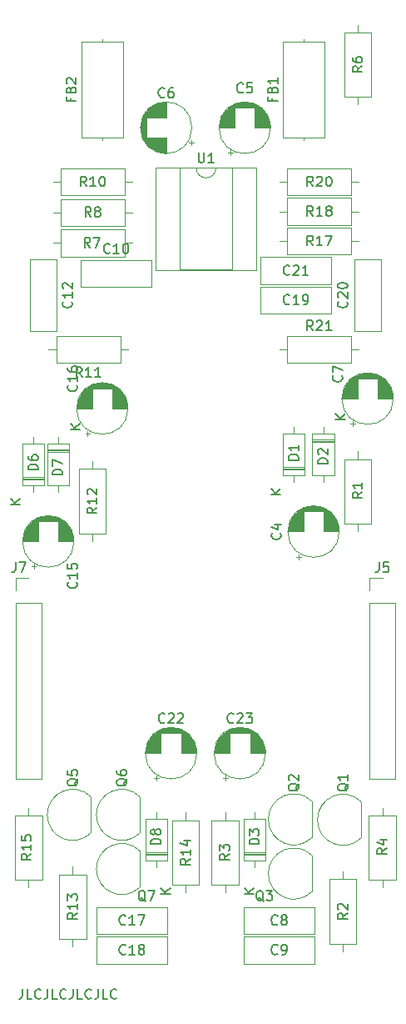
<source format=gto>
G04 #@! TF.GenerationSoftware,KiCad,Pcbnew,(5.1.9)-1*
G04 #@! TF.CreationDate,2021-10-23T20:05:05+01:00*
G04 #@! TF.ProjectId,Snare+Hihat,536e6172-652b-4486-9968-61742e6b6963,rev?*
G04 #@! TF.SameCoordinates,Original*
G04 #@! TF.FileFunction,Legend,Top*
G04 #@! TF.FilePolarity,Positive*
%FSLAX46Y46*%
G04 Gerber Fmt 4.6, Leading zero omitted, Abs format (unit mm)*
G04 Created by KiCad (PCBNEW (5.1.9)-1) date 2021-10-23 20:05:05*
%MOMM*%
%LPD*%
G01*
G04 APERTURE LIST*
%ADD10C,0.150000*%
%ADD11C,0.120000*%
%ADD12O,1.600000X1.600000*%
%ADD13C,1.600000*%
%ADD14R,1.600000X1.600000*%
%ADD15R,1.500000X1.050000*%
%ADD16O,1.500000X1.050000*%
%ADD17O,1.700000X1.700000*%
%ADD18R,1.700000X1.700000*%
%ADD19O,2.000000X2.000000*%
%ADD20C,2.000000*%
%ADD21C,1.800000*%
%ADD22R,1.800000X1.800000*%
G04 APERTURE END LIST*
D10*
X31380952Y-138952380D02*
X31380952Y-139666666D01*
X31333333Y-139809523D01*
X31238095Y-139904761D01*
X31095238Y-139952380D01*
X31000000Y-139952380D01*
X32333333Y-139952380D02*
X31857142Y-139952380D01*
X31857142Y-138952380D01*
X33238095Y-139857142D02*
X33190476Y-139904761D01*
X33047619Y-139952380D01*
X32952380Y-139952380D01*
X32809523Y-139904761D01*
X32714285Y-139809523D01*
X32666666Y-139714285D01*
X32619047Y-139523809D01*
X32619047Y-139380952D01*
X32666666Y-139190476D01*
X32714285Y-139095238D01*
X32809523Y-139000000D01*
X32952380Y-138952380D01*
X33047619Y-138952380D01*
X33190476Y-139000000D01*
X33238095Y-139047619D01*
X33952380Y-138952380D02*
X33952380Y-139666666D01*
X33904761Y-139809523D01*
X33809523Y-139904761D01*
X33666666Y-139952380D01*
X33571428Y-139952380D01*
X34904761Y-139952380D02*
X34428571Y-139952380D01*
X34428571Y-138952380D01*
X35809523Y-139857142D02*
X35761904Y-139904761D01*
X35619047Y-139952380D01*
X35523809Y-139952380D01*
X35380952Y-139904761D01*
X35285714Y-139809523D01*
X35238095Y-139714285D01*
X35190476Y-139523809D01*
X35190476Y-139380952D01*
X35238095Y-139190476D01*
X35285714Y-139095238D01*
X35380952Y-139000000D01*
X35523809Y-138952380D01*
X35619047Y-138952380D01*
X35761904Y-139000000D01*
X35809523Y-139047619D01*
X36523809Y-138952380D02*
X36523809Y-139666666D01*
X36476190Y-139809523D01*
X36380952Y-139904761D01*
X36238095Y-139952380D01*
X36142857Y-139952380D01*
X37476190Y-139952380D02*
X37000000Y-139952380D01*
X37000000Y-138952380D01*
X38380952Y-139857142D02*
X38333333Y-139904761D01*
X38190476Y-139952380D01*
X38095238Y-139952380D01*
X37952380Y-139904761D01*
X37857142Y-139809523D01*
X37809523Y-139714285D01*
X37761904Y-139523809D01*
X37761904Y-139380952D01*
X37809523Y-139190476D01*
X37857142Y-139095238D01*
X37952380Y-139000000D01*
X38095238Y-138952380D01*
X38190476Y-138952380D01*
X38333333Y-139000000D01*
X38380952Y-139047619D01*
X39095238Y-138952380D02*
X39095238Y-139666666D01*
X39047619Y-139809523D01*
X38952380Y-139904761D01*
X38809523Y-139952380D01*
X38714285Y-139952380D01*
X40047619Y-139952380D02*
X39571428Y-139952380D01*
X39571428Y-138952380D01*
X40952380Y-139857142D02*
X40904761Y-139904761D01*
X40761904Y-139952380D01*
X40666666Y-139952380D01*
X40523809Y-139904761D01*
X40428571Y-139809523D01*
X40380952Y-139714285D01*
X40333333Y-139523809D01*
X40333333Y-139380952D01*
X40380952Y-139190476D01*
X40428571Y-139095238D01*
X40523809Y-139000000D01*
X40666666Y-138952380D01*
X40761904Y-138952380D01*
X40904761Y-139000000D01*
X40952380Y-139047619D01*
D11*
X42560000Y-57000000D02*
X41790000Y-57000000D01*
X34480000Y-57000000D02*
X35250000Y-57000000D01*
X41790000Y-55630000D02*
X35250000Y-55630000D01*
X41790000Y-58370000D02*
X41790000Y-55630000D01*
X35250000Y-58370000D02*
X41790000Y-58370000D01*
X35250000Y-55630000D02*
X35250000Y-58370000D01*
X56120000Y-115000000D02*
G75*
G03*
X56120000Y-115000000I-2620000J0D01*
G01*
X54540000Y-115000000D02*
X56080000Y-115000000D01*
X50920000Y-115000000D02*
X52460000Y-115000000D01*
X54540000Y-114960000D02*
X56080000Y-114960000D01*
X50920000Y-114960000D02*
X52460000Y-114960000D01*
X50921000Y-114920000D02*
X52460000Y-114920000D01*
X54540000Y-114920000D02*
X56079000Y-114920000D01*
X50922000Y-114880000D02*
X52460000Y-114880000D01*
X54540000Y-114880000D02*
X56078000Y-114880000D01*
X50924000Y-114840000D02*
X52460000Y-114840000D01*
X54540000Y-114840000D02*
X56076000Y-114840000D01*
X50927000Y-114800000D02*
X52460000Y-114800000D01*
X54540000Y-114800000D02*
X56073000Y-114800000D01*
X50931000Y-114760000D02*
X52460000Y-114760000D01*
X54540000Y-114760000D02*
X56069000Y-114760000D01*
X50935000Y-114720000D02*
X52460000Y-114720000D01*
X54540000Y-114720000D02*
X56065000Y-114720000D01*
X50939000Y-114680000D02*
X52460000Y-114680000D01*
X54540000Y-114680000D02*
X56061000Y-114680000D01*
X50944000Y-114640000D02*
X52460000Y-114640000D01*
X54540000Y-114640000D02*
X56056000Y-114640000D01*
X50950000Y-114600000D02*
X52460000Y-114600000D01*
X54540000Y-114600000D02*
X56050000Y-114600000D01*
X50957000Y-114560000D02*
X52460000Y-114560000D01*
X54540000Y-114560000D02*
X56043000Y-114560000D01*
X50964000Y-114520000D02*
X52460000Y-114520000D01*
X54540000Y-114520000D02*
X56036000Y-114520000D01*
X50972000Y-114480000D02*
X52460000Y-114480000D01*
X54540000Y-114480000D02*
X56028000Y-114480000D01*
X50980000Y-114440000D02*
X52460000Y-114440000D01*
X54540000Y-114440000D02*
X56020000Y-114440000D01*
X50989000Y-114400000D02*
X52460000Y-114400000D01*
X54540000Y-114400000D02*
X56011000Y-114400000D01*
X50999000Y-114360000D02*
X52460000Y-114360000D01*
X54540000Y-114360000D02*
X56001000Y-114360000D01*
X51009000Y-114320000D02*
X52460000Y-114320000D01*
X54540000Y-114320000D02*
X55991000Y-114320000D01*
X51020000Y-114279000D02*
X52460000Y-114279000D01*
X54540000Y-114279000D02*
X55980000Y-114279000D01*
X51032000Y-114239000D02*
X52460000Y-114239000D01*
X54540000Y-114239000D02*
X55968000Y-114239000D01*
X51045000Y-114199000D02*
X52460000Y-114199000D01*
X54540000Y-114199000D02*
X55955000Y-114199000D01*
X51058000Y-114159000D02*
X52460000Y-114159000D01*
X54540000Y-114159000D02*
X55942000Y-114159000D01*
X51072000Y-114119000D02*
X52460000Y-114119000D01*
X54540000Y-114119000D02*
X55928000Y-114119000D01*
X51086000Y-114079000D02*
X52460000Y-114079000D01*
X54540000Y-114079000D02*
X55914000Y-114079000D01*
X51102000Y-114039000D02*
X52460000Y-114039000D01*
X54540000Y-114039000D02*
X55898000Y-114039000D01*
X51118000Y-113999000D02*
X52460000Y-113999000D01*
X54540000Y-113999000D02*
X55882000Y-113999000D01*
X51135000Y-113959000D02*
X52460000Y-113959000D01*
X54540000Y-113959000D02*
X55865000Y-113959000D01*
X51152000Y-113919000D02*
X52460000Y-113919000D01*
X54540000Y-113919000D02*
X55848000Y-113919000D01*
X51171000Y-113879000D02*
X52460000Y-113879000D01*
X54540000Y-113879000D02*
X55829000Y-113879000D01*
X51190000Y-113839000D02*
X52460000Y-113839000D01*
X54540000Y-113839000D02*
X55810000Y-113839000D01*
X51210000Y-113799000D02*
X52460000Y-113799000D01*
X54540000Y-113799000D02*
X55790000Y-113799000D01*
X51232000Y-113759000D02*
X52460000Y-113759000D01*
X54540000Y-113759000D02*
X55768000Y-113759000D01*
X51253000Y-113719000D02*
X52460000Y-113719000D01*
X54540000Y-113719000D02*
X55747000Y-113719000D01*
X51276000Y-113679000D02*
X52460000Y-113679000D01*
X54540000Y-113679000D02*
X55724000Y-113679000D01*
X51300000Y-113639000D02*
X52460000Y-113639000D01*
X54540000Y-113639000D02*
X55700000Y-113639000D01*
X51325000Y-113599000D02*
X52460000Y-113599000D01*
X54540000Y-113599000D02*
X55675000Y-113599000D01*
X51351000Y-113559000D02*
X52460000Y-113559000D01*
X54540000Y-113559000D02*
X55649000Y-113559000D01*
X51378000Y-113519000D02*
X52460000Y-113519000D01*
X54540000Y-113519000D02*
X55622000Y-113519000D01*
X51405000Y-113479000D02*
X52460000Y-113479000D01*
X54540000Y-113479000D02*
X55595000Y-113479000D01*
X51435000Y-113439000D02*
X52460000Y-113439000D01*
X54540000Y-113439000D02*
X55565000Y-113439000D01*
X51465000Y-113399000D02*
X52460000Y-113399000D01*
X54540000Y-113399000D02*
X55535000Y-113399000D01*
X51496000Y-113359000D02*
X52460000Y-113359000D01*
X54540000Y-113359000D02*
X55504000Y-113359000D01*
X51529000Y-113319000D02*
X52460000Y-113319000D01*
X54540000Y-113319000D02*
X55471000Y-113319000D01*
X51563000Y-113279000D02*
X52460000Y-113279000D01*
X54540000Y-113279000D02*
X55437000Y-113279000D01*
X51599000Y-113239000D02*
X52460000Y-113239000D01*
X54540000Y-113239000D02*
X55401000Y-113239000D01*
X51636000Y-113199000D02*
X52460000Y-113199000D01*
X54540000Y-113199000D02*
X55364000Y-113199000D01*
X51674000Y-113159000D02*
X52460000Y-113159000D01*
X54540000Y-113159000D02*
X55326000Y-113159000D01*
X51715000Y-113119000D02*
X52460000Y-113119000D01*
X54540000Y-113119000D02*
X55285000Y-113119000D01*
X51757000Y-113079000D02*
X52460000Y-113079000D01*
X54540000Y-113079000D02*
X55243000Y-113079000D01*
X51801000Y-113039000D02*
X52460000Y-113039000D01*
X54540000Y-113039000D02*
X55199000Y-113039000D01*
X51847000Y-112999000D02*
X52460000Y-112999000D01*
X54540000Y-112999000D02*
X55153000Y-112999000D01*
X51895000Y-112959000D02*
X55105000Y-112959000D01*
X51946000Y-112919000D02*
X55054000Y-112919000D01*
X52000000Y-112879000D02*
X55000000Y-112879000D01*
X52057000Y-112839000D02*
X54943000Y-112839000D01*
X52117000Y-112799000D02*
X54883000Y-112799000D01*
X52181000Y-112759000D02*
X54819000Y-112759000D01*
X52249000Y-112719000D02*
X54751000Y-112719000D01*
X52322000Y-112679000D02*
X54678000Y-112679000D01*
X52402000Y-112639000D02*
X54598000Y-112639000D01*
X52489000Y-112599000D02*
X54511000Y-112599000D01*
X52585000Y-112559000D02*
X54415000Y-112559000D01*
X52695000Y-112519000D02*
X54305000Y-112519000D01*
X52823000Y-112479000D02*
X54177000Y-112479000D01*
X52982000Y-112439000D02*
X54018000Y-112439000D01*
X53216000Y-112399000D02*
X53784000Y-112399000D01*
X52025000Y-117804775D02*
X52025000Y-117304775D01*
X51775000Y-117554775D02*
X52275000Y-117554775D01*
X49120000Y-115000000D02*
G75*
G03*
X49120000Y-115000000I-2620000J0D01*
G01*
X47540000Y-115000000D02*
X49080000Y-115000000D01*
X43920000Y-115000000D02*
X45460000Y-115000000D01*
X47540000Y-114960000D02*
X49080000Y-114960000D01*
X43920000Y-114960000D02*
X45460000Y-114960000D01*
X43921000Y-114920000D02*
X45460000Y-114920000D01*
X47540000Y-114920000D02*
X49079000Y-114920000D01*
X43922000Y-114880000D02*
X45460000Y-114880000D01*
X47540000Y-114880000D02*
X49078000Y-114880000D01*
X43924000Y-114840000D02*
X45460000Y-114840000D01*
X47540000Y-114840000D02*
X49076000Y-114840000D01*
X43927000Y-114800000D02*
X45460000Y-114800000D01*
X47540000Y-114800000D02*
X49073000Y-114800000D01*
X43931000Y-114760000D02*
X45460000Y-114760000D01*
X47540000Y-114760000D02*
X49069000Y-114760000D01*
X43935000Y-114720000D02*
X45460000Y-114720000D01*
X47540000Y-114720000D02*
X49065000Y-114720000D01*
X43939000Y-114680000D02*
X45460000Y-114680000D01*
X47540000Y-114680000D02*
X49061000Y-114680000D01*
X43944000Y-114640000D02*
X45460000Y-114640000D01*
X47540000Y-114640000D02*
X49056000Y-114640000D01*
X43950000Y-114600000D02*
X45460000Y-114600000D01*
X47540000Y-114600000D02*
X49050000Y-114600000D01*
X43957000Y-114560000D02*
X45460000Y-114560000D01*
X47540000Y-114560000D02*
X49043000Y-114560000D01*
X43964000Y-114520000D02*
X45460000Y-114520000D01*
X47540000Y-114520000D02*
X49036000Y-114520000D01*
X43972000Y-114480000D02*
X45460000Y-114480000D01*
X47540000Y-114480000D02*
X49028000Y-114480000D01*
X43980000Y-114440000D02*
X45460000Y-114440000D01*
X47540000Y-114440000D02*
X49020000Y-114440000D01*
X43989000Y-114400000D02*
X45460000Y-114400000D01*
X47540000Y-114400000D02*
X49011000Y-114400000D01*
X43999000Y-114360000D02*
X45460000Y-114360000D01*
X47540000Y-114360000D02*
X49001000Y-114360000D01*
X44009000Y-114320000D02*
X45460000Y-114320000D01*
X47540000Y-114320000D02*
X48991000Y-114320000D01*
X44020000Y-114279000D02*
X45460000Y-114279000D01*
X47540000Y-114279000D02*
X48980000Y-114279000D01*
X44032000Y-114239000D02*
X45460000Y-114239000D01*
X47540000Y-114239000D02*
X48968000Y-114239000D01*
X44045000Y-114199000D02*
X45460000Y-114199000D01*
X47540000Y-114199000D02*
X48955000Y-114199000D01*
X44058000Y-114159000D02*
X45460000Y-114159000D01*
X47540000Y-114159000D02*
X48942000Y-114159000D01*
X44072000Y-114119000D02*
X45460000Y-114119000D01*
X47540000Y-114119000D02*
X48928000Y-114119000D01*
X44086000Y-114079000D02*
X45460000Y-114079000D01*
X47540000Y-114079000D02*
X48914000Y-114079000D01*
X44102000Y-114039000D02*
X45460000Y-114039000D01*
X47540000Y-114039000D02*
X48898000Y-114039000D01*
X44118000Y-113999000D02*
X45460000Y-113999000D01*
X47540000Y-113999000D02*
X48882000Y-113999000D01*
X44135000Y-113959000D02*
X45460000Y-113959000D01*
X47540000Y-113959000D02*
X48865000Y-113959000D01*
X44152000Y-113919000D02*
X45460000Y-113919000D01*
X47540000Y-113919000D02*
X48848000Y-113919000D01*
X44171000Y-113879000D02*
X45460000Y-113879000D01*
X47540000Y-113879000D02*
X48829000Y-113879000D01*
X44190000Y-113839000D02*
X45460000Y-113839000D01*
X47540000Y-113839000D02*
X48810000Y-113839000D01*
X44210000Y-113799000D02*
X45460000Y-113799000D01*
X47540000Y-113799000D02*
X48790000Y-113799000D01*
X44232000Y-113759000D02*
X45460000Y-113759000D01*
X47540000Y-113759000D02*
X48768000Y-113759000D01*
X44253000Y-113719000D02*
X45460000Y-113719000D01*
X47540000Y-113719000D02*
X48747000Y-113719000D01*
X44276000Y-113679000D02*
X45460000Y-113679000D01*
X47540000Y-113679000D02*
X48724000Y-113679000D01*
X44300000Y-113639000D02*
X45460000Y-113639000D01*
X47540000Y-113639000D02*
X48700000Y-113639000D01*
X44325000Y-113599000D02*
X45460000Y-113599000D01*
X47540000Y-113599000D02*
X48675000Y-113599000D01*
X44351000Y-113559000D02*
X45460000Y-113559000D01*
X47540000Y-113559000D02*
X48649000Y-113559000D01*
X44378000Y-113519000D02*
X45460000Y-113519000D01*
X47540000Y-113519000D02*
X48622000Y-113519000D01*
X44405000Y-113479000D02*
X45460000Y-113479000D01*
X47540000Y-113479000D02*
X48595000Y-113479000D01*
X44435000Y-113439000D02*
X45460000Y-113439000D01*
X47540000Y-113439000D02*
X48565000Y-113439000D01*
X44465000Y-113399000D02*
X45460000Y-113399000D01*
X47540000Y-113399000D02*
X48535000Y-113399000D01*
X44496000Y-113359000D02*
X45460000Y-113359000D01*
X47540000Y-113359000D02*
X48504000Y-113359000D01*
X44529000Y-113319000D02*
X45460000Y-113319000D01*
X47540000Y-113319000D02*
X48471000Y-113319000D01*
X44563000Y-113279000D02*
X45460000Y-113279000D01*
X47540000Y-113279000D02*
X48437000Y-113279000D01*
X44599000Y-113239000D02*
X45460000Y-113239000D01*
X47540000Y-113239000D02*
X48401000Y-113239000D01*
X44636000Y-113199000D02*
X45460000Y-113199000D01*
X47540000Y-113199000D02*
X48364000Y-113199000D01*
X44674000Y-113159000D02*
X45460000Y-113159000D01*
X47540000Y-113159000D02*
X48326000Y-113159000D01*
X44715000Y-113119000D02*
X45460000Y-113119000D01*
X47540000Y-113119000D02*
X48285000Y-113119000D01*
X44757000Y-113079000D02*
X45460000Y-113079000D01*
X47540000Y-113079000D02*
X48243000Y-113079000D01*
X44801000Y-113039000D02*
X45460000Y-113039000D01*
X47540000Y-113039000D02*
X48199000Y-113039000D01*
X44847000Y-112999000D02*
X45460000Y-112999000D01*
X47540000Y-112999000D02*
X48153000Y-112999000D01*
X44895000Y-112959000D02*
X48105000Y-112959000D01*
X44946000Y-112919000D02*
X48054000Y-112919000D01*
X45000000Y-112879000D02*
X48000000Y-112879000D01*
X45057000Y-112839000D02*
X47943000Y-112839000D01*
X45117000Y-112799000D02*
X47883000Y-112799000D01*
X45181000Y-112759000D02*
X47819000Y-112759000D01*
X45249000Y-112719000D02*
X47751000Y-112719000D01*
X45322000Y-112679000D02*
X47678000Y-112679000D01*
X45402000Y-112639000D02*
X47598000Y-112639000D01*
X45489000Y-112599000D02*
X47511000Y-112599000D01*
X45585000Y-112559000D02*
X47415000Y-112559000D01*
X45695000Y-112519000D02*
X47305000Y-112519000D01*
X45823000Y-112479000D02*
X47177000Y-112479000D01*
X45982000Y-112439000D02*
X47018000Y-112439000D01*
X46216000Y-112399000D02*
X46784000Y-112399000D01*
X45025000Y-117804775D02*
X45025000Y-117304775D01*
X44775000Y-117554775D02*
X45275000Y-117554775D01*
X55200000Y-55530000D02*
X44920000Y-55530000D01*
X55200000Y-65930000D02*
X55200000Y-55530000D01*
X44920000Y-65930000D02*
X55200000Y-65930000D01*
X44920000Y-55530000D02*
X44920000Y-65930000D01*
X52710000Y-55590000D02*
X51060000Y-55590000D01*
X52710000Y-65870000D02*
X52710000Y-55590000D01*
X47410000Y-65870000D02*
X52710000Y-65870000D01*
X47410000Y-55590000D02*
X47410000Y-65870000D01*
X49060000Y-55590000D02*
X47410000Y-55590000D01*
X51060000Y-55590000D02*
G75*
G02*
X49060000Y-55590000I-1000000J0D01*
G01*
X65620000Y-74000000D02*
X64850000Y-74000000D01*
X57540000Y-74000000D02*
X58310000Y-74000000D01*
X64850000Y-72630000D02*
X58310000Y-72630000D01*
X64850000Y-75370000D02*
X64850000Y-72630000D01*
X58310000Y-75370000D02*
X64850000Y-75370000D01*
X58310000Y-72630000D02*
X58310000Y-75370000D01*
X65620000Y-57000000D02*
X64850000Y-57000000D01*
X57540000Y-57000000D02*
X58310000Y-57000000D01*
X64850000Y-55630000D02*
X58310000Y-55630000D01*
X64850000Y-58370000D02*
X64850000Y-55630000D01*
X58310000Y-58370000D02*
X64850000Y-58370000D01*
X58310000Y-55630000D02*
X58310000Y-58370000D01*
X65620000Y-60000000D02*
X64850000Y-60000000D01*
X57540000Y-60000000D02*
X58310000Y-60000000D01*
X64850000Y-58630000D02*
X58310000Y-58630000D01*
X64850000Y-61370000D02*
X64850000Y-58630000D01*
X58310000Y-61370000D02*
X64850000Y-61370000D01*
X58310000Y-58630000D02*
X58310000Y-61370000D01*
X65620000Y-63000000D02*
X64850000Y-63000000D01*
X57540000Y-63000000D02*
X58310000Y-63000000D01*
X64850000Y-61630000D02*
X58310000Y-61630000D01*
X64850000Y-64370000D02*
X64850000Y-61630000D01*
X58310000Y-64370000D02*
X64850000Y-64370000D01*
X58310000Y-61630000D02*
X58310000Y-64370000D01*
X32000000Y-128620000D02*
X32000000Y-127850000D01*
X32000000Y-120540000D02*
X32000000Y-121310000D01*
X33370000Y-127850000D02*
X33370000Y-121310000D01*
X30630000Y-127850000D02*
X33370000Y-127850000D01*
X30630000Y-121310000D02*
X30630000Y-127850000D01*
X33370000Y-121310000D02*
X30630000Y-121310000D01*
X48000000Y-129120000D02*
X48000000Y-128350000D01*
X48000000Y-121040000D02*
X48000000Y-121810000D01*
X49370000Y-128350000D02*
X49370000Y-121810000D01*
X46630000Y-128350000D02*
X49370000Y-128350000D01*
X46630000Y-121810000D02*
X46630000Y-128350000D01*
X49370000Y-121810000D02*
X46630000Y-121810000D01*
X36500000Y-134620000D02*
X36500000Y-133850000D01*
X36500000Y-126540000D02*
X36500000Y-127310000D01*
X37870000Y-133850000D02*
X37870000Y-127310000D01*
X35130000Y-133850000D02*
X37870000Y-133850000D01*
X35130000Y-127310000D02*
X35130000Y-133850000D01*
X37870000Y-127310000D02*
X35130000Y-127310000D01*
X38500000Y-85380000D02*
X38500000Y-86150000D01*
X38500000Y-93460000D02*
X38500000Y-92690000D01*
X37130000Y-86150000D02*
X37130000Y-92690000D01*
X39870000Y-86150000D02*
X37130000Y-86150000D01*
X39870000Y-92690000D02*
X39870000Y-86150000D01*
X37130000Y-92690000D02*
X39870000Y-92690000D01*
X34040000Y-74000000D02*
X34810000Y-74000000D01*
X42120000Y-74000000D02*
X41350000Y-74000000D01*
X34810000Y-75370000D02*
X41350000Y-75370000D01*
X34810000Y-72630000D02*
X34810000Y-75370000D01*
X41350000Y-72630000D02*
X34810000Y-72630000D01*
X41350000Y-75370000D02*
X41350000Y-72630000D01*
X34480000Y-60100000D02*
X35250000Y-60100000D01*
X42560000Y-60100000D02*
X41790000Y-60100000D01*
X35250000Y-61470000D02*
X41790000Y-61470000D01*
X35250000Y-58730000D02*
X35250000Y-61470000D01*
X41790000Y-58730000D02*
X35250000Y-58730000D01*
X41790000Y-61470000D02*
X41790000Y-58730000D01*
X34480000Y-63200000D02*
X35250000Y-63200000D01*
X42560000Y-63200000D02*
X41790000Y-63200000D01*
X35250000Y-64570000D02*
X41790000Y-64570000D01*
X35250000Y-61830000D02*
X35250000Y-64570000D01*
X41790000Y-61830000D02*
X35250000Y-61830000D01*
X41790000Y-64570000D02*
X41790000Y-61830000D01*
X65500000Y-41040000D02*
X65500000Y-41810000D01*
X65500000Y-49120000D02*
X65500000Y-48350000D01*
X64130000Y-41810000D02*
X64130000Y-48350000D01*
X66870000Y-41810000D02*
X64130000Y-41810000D01*
X66870000Y-48350000D02*
X66870000Y-41810000D01*
X64130000Y-48350000D02*
X66870000Y-48350000D01*
X68000000Y-128620000D02*
X68000000Y-127850000D01*
X68000000Y-120540000D02*
X68000000Y-121310000D01*
X69370000Y-127850000D02*
X69370000Y-121310000D01*
X66630000Y-127850000D02*
X69370000Y-127850000D01*
X66630000Y-121310000D02*
X66630000Y-127850000D01*
X69370000Y-121310000D02*
X66630000Y-121310000D01*
X52000000Y-129120000D02*
X52000000Y-128350000D01*
X52000000Y-121040000D02*
X52000000Y-121810000D01*
X53370000Y-128350000D02*
X53370000Y-121810000D01*
X50630000Y-128350000D02*
X53370000Y-128350000D01*
X50630000Y-121810000D02*
X50630000Y-128350000D01*
X53370000Y-121810000D02*
X50630000Y-121810000D01*
X64000000Y-135120000D02*
X64000000Y-134350000D01*
X64000000Y-127040000D02*
X64000000Y-127810000D01*
X65370000Y-134350000D02*
X65370000Y-127810000D01*
X62630000Y-134350000D02*
X65370000Y-134350000D01*
X62630000Y-127810000D02*
X62630000Y-134350000D01*
X65370000Y-127810000D02*
X62630000Y-127810000D01*
X65500000Y-84380000D02*
X65500000Y-85150000D01*
X65500000Y-92460000D02*
X65500000Y-91690000D01*
X64130000Y-85150000D02*
X64130000Y-91690000D01*
X66870000Y-85150000D02*
X64130000Y-85150000D01*
X66870000Y-91690000D02*
X66870000Y-85150000D01*
X64130000Y-91690000D02*
X66870000Y-91690000D01*
X43350000Y-128570000D02*
X43350000Y-124970000D01*
X43338478Y-124931522D02*
G75*
G03*
X38900000Y-126770000I-1838478J-1838478D01*
G01*
X43338478Y-128608478D02*
G75*
G02*
X38900000Y-126770000I-1838478J1838478D01*
G01*
X43350000Y-123070000D02*
X43350000Y-119470000D01*
X43338478Y-119431522D02*
G75*
G03*
X38900000Y-121270000I-1838478J-1838478D01*
G01*
X43338478Y-123108478D02*
G75*
G02*
X38900000Y-121270000I-1838478J1838478D01*
G01*
X38350000Y-123070000D02*
X38350000Y-119470000D01*
X38338478Y-119431522D02*
G75*
G03*
X33900000Y-121270000I-1838478J-1838478D01*
G01*
X38338478Y-123108478D02*
G75*
G02*
X33900000Y-121270000I-1838478J1838478D01*
G01*
X60850000Y-129030000D02*
X60850000Y-125430000D01*
X60838478Y-125391522D02*
G75*
G03*
X56400000Y-127230000I-1838478J-1838478D01*
G01*
X60838478Y-129068478D02*
G75*
G02*
X56400000Y-127230000I-1838478J1838478D01*
G01*
X60850000Y-123530000D02*
X60850000Y-119930000D01*
X60838478Y-119891522D02*
G75*
G03*
X56400000Y-121730000I-1838478J-1838478D01*
G01*
X60838478Y-123568478D02*
G75*
G02*
X56400000Y-121730000I-1838478J1838478D01*
G01*
X65850000Y-123570000D02*
X65850000Y-119970000D01*
X65838478Y-119931522D02*
G75*
G03*
X61400000Y-121770000I-1838478J-1838478D01*
G01*
X65838478Y-123608478D02*
G75*
G02*
X61400000Y-121770000I-1838478J1838478D01*
G01*
X30670000Y-97170000D02*
X32000000Y-97170000D01*
X30670000Y-98500000D02*
X30670000Y-97170000D01*
X30670000Y-99770000D02*
X33330000Y-99770000D01*
X33330000Y-99770000D02*
X33330000Y-117610000D01*
X30670000Y-99770000D02*
X30670000Y-117610000D01*
X30670000Y-117610000D02*
X33330000Y-117610000D01*
X66670000Y-97170000D02*
X68000000Y-97170000D01*
X66670000Y-98500000D02*
X66670000Y-97170000D01*
X66670000Y-99770000D02*
X69330000Y-99770000D01*
X69330000Y-99770000D02*
X69330000Y-117610000D01*
X66670000Y-99770000D02*
X66670000Y-117610000D01*
X66670000Y-117610000D02*
X69330000Y-117610000D01*
X39500000Y-42540000D02*
X39500000Y-42780000D01*
X39500000Y-52760000D02*
X39500000Y-52520000D01*
X37380000Y-42780000D02*
X37380000Y-52520000D01*
X41620000Y-42780000D02*
X37380000Y-42780000D01*
X41620000Y-52520000D02*
X41620000Y-42780000D01*
X37380000Y-52520000D02*
X41620000Y-52520000D01*
X60000000Y-42540000D02*
X60000000Y-42780000D01*
X60000000Y-52760000D02*
X60000000Y-52520000D01*
X57880000Y-42780000D02*
X57880000Y-52520000D01*
X62120000Y-42780000D02*
X57880000Y-42780000D01*
X62120000Y-52520000D02*
X62120000Y-42780000D01*
X57880000Y-52520000D02*
X62120000Y-52520000D01*
X43880000Y-125330000D02*
X46120000Y-125330000D01*
X43880000Y-125090000D02*
X46120000Y-125090000D01*
X43880000Y-125210000D02*
X46120000Y-125210000D01*
X45000000Y-121040000D02*
X45000000Y-121690000D01*
X45000000Y-126580000D02*
X45000000Y-125930000D01*
X43880000Y-121690000D02*
X43880000Y-125930000D01*
X46120000Y-121690000D02*
X43880000Y-121690000D01*
X46120000Y-125930000D02*
X46120000Y-121690000D01*
X43880000Y-125930000D02*
X46120000Y-125930000D01*
X36120000Y-84170000D02*
X33880000Y-84170000D01*
X36120000Y-84410000D02*
X33880000Y-84410000D01*
X36120000Y-84290000D02*
X33880000Y-84290000D01*
X35000000Y-88460000D02*
X35000000Y-87810000D01*
X35000000Y-82920000D02*
X35000000Y-83570000D01*
X36120000Y-87810000D02*
X36120000Y-83570000D01*
X33880000Y-87810000D02*
X36120000Y-87810000D01*
X33880000Y-83570000D02*
X33880000Y-87810000D01*
X36120000Y-83570000D02*
X33880000Y-83570000D01*
X31380000Y-87210000D02*
X33620000Y-87210000D01*
X31380000Y-86970000D02*
X33620000Y-86970000D01*
X31380000Y-87090000D02*
X33620000Y-87090000D01*
X32500000Y-82920000D02*
X32500000Y-83570000D01*
X32500000Y-88460000D02*
X32500000Y-87810000D01*
X31380000Y-83570000D02*
X31380000Y-87810000D01*
X33620000Y-83570000D02*
X31380000Y-83570000D01*
X33620000Y-87810000D02*
X33620000Y-83570000D01*
X31380000Y-87810000D02*
X33620000Y-87810000D01*
X53880000Y-125330000D02*
X56120000Y-125330000D01*
X53880000Y-125090000D02*
X56120000Y-125090000D01*
X53880000Y-125210000D02*
X56120000Y-125210000D01*
X55000000Y-121040000D02*
X55000000Y-121690000D01*
X55000000Y-126580000D02*
X55000000Y-125930000D01*
X53880000Y-121690000D02*
X53880000Y-125930000D01*
X56120000Y-121690000D02*
X53880000Y-121690000D01*
X56120000Y-125930000D02*
X56120000Y-121690000D01*
X53880000Y-125930000D02*
X56120000Y-125930000D01*
X63120000Y-83170000D02*
X60880000Y-83170000D01*
X63120000Y-83410000D02*
X60880000Y-83410000D01*
X63120000Y-83290000D02*
X60880000Y-83290000D01*
X62000000Y-87460000D02*
X62000000Y-86810000D01*
X62000000Y-81920000D02*
X62000000Y-82570000D01*
X63120000Y-86810000D02*
X63120000Y-82570000D01*
X60880000Y-86810000D02*
X63120000Y-86810000D01*
X60880000Y-82570000D02*
X60880000Y-86810000D01*
X63120000Y-82570000D02*
X60880000Y-82570000D01*
X57880000Y-86210000D02*
X60120000Y-86210000D01*
X57880000Y-85970000D02*
X60120000Y-85970000D01*
X57880000Y-86090000D02*
X60120000Y-86090000D01*
X59000000Y-81920000D02*
X59000000Y-82570000D01*
X59000000Y-87460000D02*
X59000000Y-86810000D01*
X57880000Y-82570000D02*
X57880000Y-86810000D01*
X60120000Y-82570000D02*
X57880000Y-82570000D01*
X60120000Y-86810000D02*
X60120000Y-82570000D01*
X57880000Y-86810000D02*
X60120000Y-86810000D01*
X62820000Y-64630000D02*
X62820000Y-67370000D01*
X55580000Y-64630000D02*
X55580000Y-67370000D01*
X55580000Y-67370000D02*
X62820000Y-67370000D01*
X55580000Y-64630000D02*
X62820000Y-64630000D01*
X65130000Y-64880000D02*
X67870000Y-64880000D01*
X65130000Y-72120000D02*
X67870000Y-72120000D01*
X67870000Y-72120000D02*
X67870000Y-64880000D01*
X65130000Y-72120000D02*
X65130000Y-64880000D01*
X62820000Y-67630000D02*
X62820000Y-70370000D01*
X55580000Y-67630000D02*
X55580000Y-70370000D01*
X55580000Y-70370000D02*
X62820000Y-70370000D01*
X55580000Y-67630000D02*
X62820000Y-67630000D01*
X38880000Y-136370000D02*
X38880000Y-133630000D01*
X46120000Y-136370000D02*
X46120000Y-133630000D01*
X46120000Y-133630000D02*
X38880000Y-133630000D01*
X46120000Y-136370000D02*
X38880000Y-136370000D01*
X38880000Y-133370000D02*
X38880000Y-130630000D01*
X46120000Y-133370000D02*
X46120000Y-130630000D01*
X46120000Y-130630000D02*
X38880000Y-130630000D01*
X46120000Y-133370000D02*
X38880000Y-133370000D01*
X37775000Y-82554775D02*
X38275000Y-82554775D01*
X38025000Y-82804775D02*
X38025000Y-82304775D01*
X39216000Y-77399000D02*
X39784000Y-77399000D01*
X38982000Y-77439000D02*
X40018000Y-77439000D01*
X38823000Y-77479000D02*
X40177000Y-77479000D01*
X38695000Y-77519000D02*
X40305000Y-77519000D01*
X38585000Y-77559000D02*
X40415000Y-77559000D01*
X38489000Y-77599000D02*
X40511000Y-77599000D01*
X38402000Y-77639000D02*
X40598000Y-77639000D01*
X38322000Y-77679000D02*
X40678000Y-77679000D01*
X38249000Y-77719000D02*
X40751000Y-77719000D01*
X38181000Y-77759000D02*
X40819000Y-77759000D01*
X38117000Y-77799000D02*
X40883000Y-77799000D01*
X38057000Y-77839000D02*
X40943000Y-77839000D01*
X38000000Y-77879000D02*
X41000000Y-77879000D01*
X37946000Y-77919000D02*
X41054000Y-77919000D01*
X37895000Y-77959000D02*
X41105000Y-77959000D01*
X40540000Y-77999000D02*
X41153000Y-77999000D01*
X37847000Y-77999000D02*
X38460000Y-77999000D01*
X40540000Y-78039000D02*
X41199000Y-78039000D01*
X37801000Y-78039000D02*
X38460000Y-78039000D01*
X40540000Y-78079000D02*
X41243000Y-78079000D01*
X37757000Y-78079000D02*
X38460000Y-78079000D01*
X40540000Y-78119000D02*
X41285000Y-78119000D01*
X37715000Y-78119000D02*
X38460000Y-78119000D01*
X40540000Y-78159000D02*
X41326000Y-78159000D01*
X37674000Y-78159000D02*
X38460000Y-78159000D01*
X40540000Y-78199000D02*
X41364000Y-78199000D01*
X37636000Y-78199000D02*
X38460000Y-78199000D01*
X40540000Y-78239000D02*
X41401000Y-78239000D01*
X37599000Y-78239000D02*
X38460000Y-78239000D01*
X40540000Y-78279000D02*
X41437000Y-78279000D01*
X37563000Y-78279000D02*
X38460000Y-78279000D01*
X40540000Y-78319000D02*
X41471000Y-78319000D01*
X37529000Y-78319000D02*
X38460000Y-78319000D01*
X40540000Y-78359000D02*
X41504000Y-78359000D01*
X37496000Y-78359000D02*
X38460000Y-78359000D01*
X40540000Y-78399000D02*
X41535000Y-78399000D01*
X37465000Y-78399000D02*
X38460000Y-78399000D01*
X40540000Y-78439000D02*
X41565000Y-78439000D01*
X37435000Y-78439000D02*
X38460000Y-78439000D01*
X40540000Y-78479000D02*
X41595000Y-78479000D01*
X37405000Y-78479000D02*
X38460000Y-78479000D01*
X40540000Y-78519000D02*
X41622000Y-78519000D01*
X37378000Y-78519000D02*
X38460000Y-78519000D01*
X40540000Y-78559000D02*
X41649000Y-78559000D01*
X37351000Y-78559000D02*
X38460000Y-78559000D01*
X40540000Y-78599000D02*
X41675000Y-78599000D01*
X37325000Y-78599000D02*
X38460000Y-78599000D01*
X40540000Y-78639000D02*
X41700000Y-78639000D01*
X37300000Y-78639000D02*
X38460000Y-78639000D01*
X40540000Y-78679000D02*
X41724000Y-78679000D01*
X37276000Y-78679000D02*
X38460000Y-78679000D01*
X40540000Y-78719000D02*
X41747000Y-78719000D01*
X37253000Y-78719000D02*
X38460000Y-78719000D01*
X40540000Y-78759000D02*
X41768000Y-78759000D01*
X37232000Y-78759000D02*
X38460000Y-78759000D01*
X40540000Y-78799000D02*
X41790000Y-78799000D01*
X37210000Y-78799000D02*
X38460000Y-78799000D01*
X40540000Y-78839000D02*
X41810000Y-78839000D01*
X37190000Y-78839000D02*
X38460000Y-78839000D01*
X40540000Y-78879000D02*
X41829000Y-78879000D01*
X37171000Y-78879000D02*
X38460000Y-78879000D01*
X40540000Y-78919000D02*
X41848000Y-78919000D01*
X37152000Y-78919000D02*
X38460000Y-78919000D01*
X40540000Y-78959000D02*
X41865000Y-78959000D01*
X37135000Y-78959000D02*
X38460000Y-78959000D01*
X40540000Y-78999000D02*
X41882000Y-78999000D01*
X37118000Y-78999000D02*
X38460000Y-78999000D01*
X40540000Y-79039000D02*
X41898000Y-79039000D01*
X37102000Y-79039000D02*
X38460000Y-79039000D01*
X40540000Y-79079000D02*
X41914000Y-79079000D01*
X37086000Y-79079000D02*
X38460000Y-79079000D01*
X40540000Y-79119000D02*
X41928000Y-79119000D01*
X37072000Y-79119000D02*
X38460000Y-79119000D01*
X40540000Y-79159000D02*
X41942000Y-79159000D01*
X37058000Y-79159000D02*
X38460000Y-79159000D01*
X40540000Y-79199000D02*
X41955000Y-79199000D01*
X37045000Y-79199000D02*
X38460000Y-79199000D01*
X40540000Y-79239000D02*
X41968000Y-79239000D01*
X37032000Y-79239000D02*
X38460000Y-79239000D01*
X40540000Y-79279000D02*
X41980000Y-79279000D01*
X37020000Y-79279000D02*
X38460000Y-79279000D01*
X40540000Y-79320000D02*
X41991000Y-79320000D01*
X37009000Y-79320000D02*
X38460000Y-79320000D01*
X40540000Y-79360000D02*
X42001000Y-79360000D01*
X36999000Y-79360000D02*
X38460000Y-79360000D01*
X40540000Y-79400000D02*
X42011000Y-79400000D01*
X36989000Y-79400000D02*
X38460000Y-79400000D01*
X40540000Y-79440000D02*
X42020000Y-79440000D01*
X36980000Y-79440000D02*
X38460000Y-79440000D01*
X40540000Y-79480000D02*
X42028000Y-79480000D01*
X36972000Y-79480000D02*
X38460000Y-79480000D01*
X40540000Y-79520000D02*
X42036000Y-79520000D01*
X36964000Y-79520000D02*
X38460000Y-79520000D01*
X40540000Y-79560000D02*
X42043000Y-79560000D01*
X36957000Y-79560000D02*
X38460000Y-79560000D01*
X40540000Y-79600000D02*
X42050000Y-79600000D01*
X36950000Y-79600000D02*
X38460000Y-79600000D01*
X40540000Y-79640000D02*
X42056000Y-79640000D01*
X36944000Y-79640000D02*
X38460000Y-79640000D01*
X40540000Y-79680000D02*
X42061000Y-79680000D01*
X36939000Y-79680000D02*
X38460000Y-79680000D01*
X40540000Y-79720000D02*
X42065000Y-79720000D01*
X36935000Y-79720000D02*
X38460000Y-79720000D01*
X40540000Y-79760000D02*
X42069000Y-79760000D01*
X36931000Y-79760000D02*
X38460000Y-79760000D01*
X40540000Y-79800000D02*
X42073000Y-79800000D01*
X36927000Y-79800000D02*
X38460000Y-79800000D01*
X40540000Y-79840000D02*
X42076000Y-79840000D01*
X36924000Y-79840000D02*
X38460000Y-79840000D01*
X40540000Y-79880000D02*
X42078000Y-79880000D01*
X36922000Y-79880000D02*
X38460000Y-79880000D01*
X40540000Y-79920000D02*
X42079000Y-79920000D01*
X36921000Y-79920000D02*
X38460000Y-79920000D01*
X36920000Y-79960000D02*
X38460000Y-79960000D01*
X40540000Y-79960000D02*
X42080000Y-79960000D01*
X36920000Y-80000000D02*
X38460000Y-80000000D01*
X40540000Y-80000000D02*
X42080000Y-80000000D01*
X42120000Y-80000000D02*
G75*
G03*
X42120000Y-80000000I-2620000J0D01*
G01*
X32275000Y-96054775D02*
X32775000Y-96054775D01*
X32525000Y-96304775D02*
X32525000Y-95804775D01*
X33716000Y-90899000D02*
X34284000Y-90899000D01*
X33482000Y-90939000D02*
X34518000Y-90939000D01*
X33323000Y-90979000D02*
X34677000Y-90979000D01*
X33195000Y-91019000D02*
X34805000Y-91019000D01*
X33085000Y-91059000D02*
X34915000Y-91059000D01*
X32989000Y-91099000D02*
X35011000Y-91099000D01*
X32902000Y-91139000D02*
X35098000Y-91139000D01*
X32822000Y-91179000D02*
X35178000Y-91179000D01*
X32749000Y-91219000D02*
X35251000Y-91219000D01*
X32681000Y-91259000D02*
X35319000Y-91259000D01*
X32617000Y-91299000D02*
X35383000Y-91299000D01*
X32557000Y-91339000D02*
X35443000Y-91339000D01*
X32500000Y-91379000D02*
X35500000Y-91379000D01*
X32446000Y-91419000D02*
X35554000Y-91419000D01*
X32395000Y-91459000D02*
X35605000Y-91459000D01*
X35040000Y-91499000D02*
X35653000Y-91499000D01*
X32347000Y-91499000D02*
X32960000Y-91499000D01*
X35040000Y-91539000D02*
X35699000Y-91539000D01*
X32301000Y-91539000D02*
X32960000Y-91539000D01*
X35040000Y-91579000D02*
X35743000Y-91579000D01*
X32257000Y-91579000D02*
X32960000Y-91579000D01*
X35040000Y-91619000D02*
X35785000Y-91619000D01*
X32215000Y-91619000D02*
X32960000Y-91619000D01*
X35040000Y-91659000D02*
X35826000Y-91659000D01*
X32174000Y-91659000D02*
X32960000Y-91659000D01*
X35040000Y-91699000D02*
X35864000Y-91699000D01*
X32136000Y-91699000D02*
X32960000Y-91699000D01*
X35040000Y-91739000D02*
X35901000Y-91739000D01*
X32099000Y-91739000D02*
X32960000Y-91739000D01*
X35040000Y-91779000D02*
X35937000Y-91779000D01*
X32063000Y-91779000D02*
X32960000Y-91779000D01*
X35040000Y-91819000D02*
X35971000Y-91819000D01*
X32029000Y-91819000D02*
X32960000Y-91819000D01*
X35040000Y-91859000D02*
X36004000Y-91859000D01*
X31996000Y-91859000D02*
X32960000Y-91859000D01*
X35040000Y-91899000D02*
X36035000Y-91899000D01*
X31965000Y-91899000D02*
X32960000Y-91899000D01*
X35040000Y-91939000D02*
X36065000Y-91939000D01*
X31935000Y-91939000D02*
X32960000Y-91939000D01*
X35040000Y-91979000D02*
X36095000Y-91979000D01*
X31905000Y-91979000D02*
X32960000Y-91979000D01*
X35040000Y-92019000D02*
X36122000Y-92019000D01*
X31878000Y-92019000D02*
X32960000Y-92019000D01*
X35040000Y-92059000D02*
X36149000Y-92059000D01*
X31851000Y-92059000D02*
X32960000Y-92059000D01*
X35040000Y-92099000D02*
X36175000Y-92099000D01*
X31825000Y-92099000D02*
X32960000Y-92099000D01*
X35040000Y-92139000D02*
X36200000Y-92139000D01*
X31800000Y-92139000D02*
X32960000Y-92139000D01*
X35040000Y-92179000D02*
X36224000Y-92179000D01*
X31776000Y-92179000D02*
X32960000Y-92179000D01*
X35040000Y-92219000D02*
X36247000Y-92219000D01*
X31753000Y-92219000D02*
X32960000Y-92219000D01*
X35040000Y-92259000D02*
X36268000Y-92259000D01*
X31732000Y-92259000D02*
X32960000Y-92259000D01*
X35040000Y-92299000D02*
X36290000Y-92299000D01*
X31710000Y-92299000D02*
X32960000Y-92299000D01*
X35040000Y-92339000D02*
X36310000Y-92339000D01*
X31690000Y-92339000D02*
X32960000Y-92339000D01*
X35040000Y-92379000D02*
X36329000Y-92379000D01*
X31671000Y-92379000D02*
X32960000Y-92379000D01*
X35040000Y-92419000D02*
X36348000Y-92419000D01*
X31652000Y-92419000D02*
X32960000Y-92419000D01*
X35040000Y-92459000D02*
X36365000Y-92459000D01*
X31635000Y-92459000D02*
X32960000Y-92459000D01*
X35040000Y-92499000D02*
X36382000Y-92499000D01*
X31618000Y-92499000D02*
X32960000Y-92499000D01*
X35040000Y-92539000D02*
X36398000Y-92539000D01*
X31602000Y-92539000D02*
X32960000Y-92539000D01*
X35040000Y-92579000D02*
X36414000Y-92579000D01*
X31586000Y-92579000D02*
X32960000Y-92579000D01*
X35040000Y-92619000D02*
X36428000Y-92619000D01*
X31572000Y-92619000D02*
X32960000Y-92619000D01*
X35040000Y-92659000D02*
X36442000Y-92659000D01*
X31558000Y-92659000D02*
X32960000Y-92659000D01*
X35040000Y-92699000D02*
X36455000Y-92699000D01*
X31545000Y-92699000D02*
X32960000Y-92699000D01*
X35040000Y-92739000D02*
X36468000Y-92739000D01*
X31532000Y-92739000D02*
X32960000Y-92739000D01*
X35040000Y-92779000D02*
X36480000Y-92779000D01*
X31520000Y-92779000D02*
X32960000Y-92779000D01*
X35040000Y-92820000D02*
X36491000Y-92820000D01*
X31509000Y-92820000D02*
X32960000Y-92820000D01*
X35040000Y-92860000D02*
X36501000Y-92860000D01*
X31499000Y-92860000D02*
X32960000Y-92860000D01*
X35040000Y-92900000D02*
X36511000Y-92900000D01*
X31489000Y-92900000D02*
X32960000Y-92900000D01*
X35040000Y-92940000D02*
X36520000Y-92940000D01*
X31480000Y-92940000D02*
X32960000Y-92940000D01*
X35040000Y-92980000D02*
X36528000Y-92980000D01*
X31472000Y-92980000D02*
X32960000Y-92980000D01*
X35040000Y-93020000D02*
X36536000Y-93020000D01*
X31464000Y-93020000D02*
X32960000Y-93020000D01*
X35040000Y-93060000D02*
X36543000Y-93060000D01*
X31457000Y-93060000D02*
X32960000Y-93060000D01*
X35040000Y-93100000D02*
X36550000Y-93100000D01*
X31450000Y-93100000D02*
X32960000Y-93100000D01*
X35040000Y-93140000D02*
X36556000Y-93140000D01*
X31444000Y-93140000D02*
X32960000Y-93140000D01*
X35040000Y-93180000D02*
X36561000Y-93180000D01*
X31439000Y-93180000D02*
X32960000Y-93180000D01*
X35040000Y-93220000D02*
X36565000Y-93220000D01*
X31435000Y-93220000D02*
X32960000Y-93220000D01*
X35040000Y-93260000D02*
X36569000Y-93260000D01*
X31431000Y-93260000D02*
X32960000Y-93260000D01*
X35040000Y-93300000D02*
X36573000Y-93300000D01*
X31427000Y-93300000D02*
X32960000Y-93300000D01*
X35040000Y-93340000D02*
X36576000Y-93340000D01*
X31424000Y-93340000D02*
X32960000Y-93340000D01*
X35040000Y-93380000D02*
X36578000Y-93380000D01*
X31422000Y-93380000D02*
X32960000Y-93380000D01*
X35040000Y-93420000D02*
X36579000Y-93420000D01*
X31421000Y-93420000D02*
X32960000Y-93420000D01*
X31420000Y-93460000D02*
X32960000Y-93460000D01*
X35040000Y-93460000D02*
X36580000Y-93460000D01*
X31420000Y-93500000D02*
X32960000Y-93500000D01*
X35040000Y-93500000D02*
X36580000Y-93500000D01*
X36620000Y-93500000D02*
G75*
G03*
X36620000Y-93500000I-2620000J0D01*
G01*
X34870000Y-72120000D02*
X32130000Y-72120000D01*
X34870000Y-64880000D02*
X32130000Y-64880000D01*
X32130000Y-64880000D02*
X32130000Y-72120000D01*
X34870000Y-64880000D02*
X34870000Y-72120000D01*
X44520000Y-64930000D02*
X44520000Y-67670000D01*
X37280000Y-64930000D02*
X37280000Y-67670000D01*
X37280000Y-67670000D02*
X44520000Y-67670000D01*
X37280000Y-64930000D02*
X44520000Y-64930000D01*
X61120000Y-133630000D02*
X61120000Y-136370000D01*
X53880000Y-133630000D02*
X53880000Y-136370000D01*
X53880000Y-136370000D02*
X61120000Y-136370000D01*
X53880000Y-133630000D02*
X61120000Y-133630000D01*
X61120000Y-130630000D02*
X61120000Y-133370000D01*
X53880000Y-130630000D02*
X53880000Y-133370000D01*
X53880000Y-133370000D02*
X61120000Y-133370000D01*
X53880000Y-130630000D02*
X61120000Y-130630000D01*
X64775000Y-81554775D02*
X65275000Y-81554775D01*
X65025000Y-81804775D02*
X65025000Y-81304775D01*
X66216000Y-76399000D02*
X66784000Y-76399000D01*
X65982000Y-76439000D02*
X67018000Y-76439000D01*
X65823000Y-76479000D02*
X67177000Y-76479000D01*
X65695000Y-76519000D02*
X67305000Y-76519000D01*
X65585000Y-76559000D02*
X67415000Y-76559000D01*
X65489000Y-76599000D02*
X67511000Y-76599000D01*
X65402000Y-76639000D02*
X67598000Y-76639000D01*
X65322000Y-76679000D02*
X67678000Y-76679000D01*
X65249000Y-76719000D02*
X67751000Y-76719000D01*
X65181000Y-76759000D02*
X67819000Y-76759000D01*
X65117000Y-76799000D02*
X67883000Y-76799000D01*
X65057000Y-76839000D02*
X67943000Y-76839000D01*
X65000000Y-76879000D02*
X68000000Y-76879000D01*
X64946000Y-76919000D02*
X68054000Y-76919000D01*
X64895000Y-76959000D02*
X68105000Y-76959000D01*
X67540000Y-76999000D02*
X68153000Y-76999000D01*
X64847000Y-76999000D02*
X65460000Y-76999000D01*
X67540000Y-77039000D02*
X68199000Y-77039000D01*
X64801000Y-77039000D02*
X65460000Y-77039000D01*
X67540000Y-77079000D02*
X68243000Y-77079000D01*
X64757000Y-77079000D02*
X65460000Y-77079000D01*
X67540000Y-77119000D02*
X68285000Y-77119000D01*
X64715000Y-77119000D02*
X65460000Y-77119000D01*
X67540000Y-77159000D02*
X68326000Y-77159000D01*
X64674000Y-77159000D02*
X65460000Y-77159000D01*
X67540000Y-77199000D02*
X68364000Y-77199000D01*
X64636000Y-77199000D02*
X65460000Y-77199000D01*
X67540000Y-77239000D02*
X68401000Y-77239000D01*
X64599000Y-77239000D02*
X65460000Y-77239000D01*
X67540000Y-77279000D02*
X68437000Y-77279000D01*
X64563000Y-77279000D02*
X65460000Y-77279000D01*
X67540000Y-77319000D02*
X68471000Y-77319000D01*
X64529000Y-77319000D02*
X65460000Y-77319000D01*
X67540000Y-77359000D02*
X68504000Y-77359000D01*
X64496000Y-77359000D02*
X65460000Y-77359000D01*
X67540000Y-77399000D02*
X68535000Y-77399000D01*
X64465000Y-77399000D02*
X65460000Y-77399000D01*
X67540000Y-77439000D02*
X68565000Y-77439000D01*
X64435000Y-77439000D02*
X65460000Y-77439000D01*
X67540000Y-77479000D02*
X68595000Y-77479000D01*
X64405000Y-77479000D02*
X65460000Y-77479000D01*
X67540000Y-77519000D02*
X68622000Y-77519000D01*
X64378000Y-77519000D02*
X65460000Y-77519000D01*
X67540000Y-77559000D02*
X68649000Y-77559000D01*
X64351000Y-77559000D02*
X65460000Y-77559000D01*
X67540000Y-77599000D02*
X68675000Y-77599000D01*
X64325000Y-77599000D02*
X65460000Y-77599000D01*
X67540000Y-77639000D02*
X68700000Y-77639000D01*
X64300000Y-77639000D02*
X65460000Y-77639000D01*
X67540000Y-77679000D02*
X68724000Y-77679000D01*
X64276000Y-77679000D02*
X65460000Y-77679000D01*
X67540000Y-77719000D02*
X68747000Y-77719000D01*
X64253000Y-77719000D02*
X65460000Y-77719000D01*
X67540000Y-77759000D02*
X68768000Y-77759000D01*
X64232000Y-77759000D02*
X65460000Y-77759000D01*
X67540000Y-77799000D02*
X68790000Y-77799000D01*
X64210000Y-77799000D02*
X65460000Y-77799000D01*
X67540000Y-77839000D02*
X68810000Y-77839000D01*
X64190000Y-77839000D02*
X65460000Y-77839000D01*
X67540000Y-77879000D02*
X68829000Y-77879000D01*
X64171000Y-77879000D02*
X65460000Y-77879000D01*
X67540000Y-77919000D02*
X68848000Y-77919000D01*
X64152000Y-77919000D02*
X65460000Y-77919000D01*
X67540000Y-77959000D02*
X68865000Y-77959000D01*
X64135000Y-77959000D02*
X65460000Y-77959000D01*
X67540000Y-77999000D02*
X68882000Y-77999000D01*
X64118000Y-77999000D02*
X65460000Y-77999000D01*
X67540000Y-78039000D02*
X68898000Y-78039000D01*
X64102000Y-78039000D02*
X65460000Y-78039000D01*
X67540000Y-78079000D02*
X68914000Y-78079000D01*
X64086000Y-78079000D02*
X65460000Y-78079000D01*
X67540000Y-78119000D02*
X68928000Y-78119000D01*
X64072000Y-78119000D02*
X65460000Y-78119000D01*
X67540000Y-78159000D02*
X68942000Y-78159000D01*
X64058000Y-78159000D02*
X65460000Y-78159000D01*
X67540000Y-78199000D02*
X68955000Y-78199000D01*
X64045000Y-78199000D02*
X65460000Y-78199000D01*
X67540000Y-78239000D02*
X68968000Y-78239000D01*
X64032000Y-78239000D02*
X65460000Y-78239000D01*
X67540000Y-78279000D02*
X68980000Y-78279000D01*
X64020000Y-78279000D02*
X65460000Y-78279000D01*
X67540000Y-78320000D02*
X68991000Y-78320000D01*
X64009000Y-78320000D02*
X65460000Y-78320000D01*
X67540000Y-78360000D02*
X69001000Y-78360000D01*
X63999000Y-78360000D02*
X65460000Y-78360000D01*
X67540000Y-78400000D02*
X69011000Y-78400000D01*
X63989000Y-78400000D02*
X65460000Y-78400000D01*
X67540000Y-78440000D02*
X69020000Y-78440000D01*
X63980000Y-78440000D02*
X65460000Y-78440000D01*
X67540000Y-78480000D02*
X69028000Y-78480000D01*
X63972000Y-78480000D02*
X65460000Y-78480000D01*
X67540000Y-78520000D02*
X69036000Y-78520000D01*
X63964000Y-78520000D02*
X65460000Y-78520000D01*
X67540000Y-78560000D02*
X69043000Y-78560000D01*
X63957000Y-78560000D02*
X65460000Y-78560000D01*
X67540000Y-78600000D02*
X69050000Y-78600000D01*
X63950000Y-78600000D02*
X65460000Y-78600000D01*
X67540000Y-78640000D02*
X69056000Y-78640000D01*
X63944000Y-78640000D02*
X65460000Y-78640000D01*
X67540000Y-78680000D02*
X69061000Y-78680000D01*
X63939000Y-78680000D02*
X65460000Y-78680000D01*
X67540000Y-78720000D02*
X69065000Y-78720000D01*
X63935000Y-78720000D02*
X65460000Y-78720000D01*
X67540000Y-78760000D02*
X69069000Y-78760000D01*
X63931000Y-78760000D02*
X65460000Y-78760000D01*
X67540000Y-78800000D02*
X69073000Y-78800000D01*
X63927000Y-78800000D02*
X65460000Y-78800000D01*
X67540000Y-78840000D02*
X69076000Y-78840000D01*
X63924000Y-78840000D02*
X65460000Y-78840000D01*
X67540000Y-78880000D02*
X69078000Y-78880000D01*
X63922000Y-78880000D02*
X65460000Y-78880000D01*
X67540000Y-78920000D02*
X69079000Y-78920000D01*
X63921000Y-78920000D02*
X65460000Y-78920000D01*
X63920000Y-78960000D02*
X65460000Y-78960000D01*
X67540000Y-78960000D02*
X69080000Y-78960000D01*
X63920000Y-79000000D02*
X65460000Y-79000000D01*
X67540000Y-79000000D02*
X69080000Y-79000000D01*
X69120000Y-79000000D02*
G75*
G03*
X69120000Y-79000000I-2620000J0D01*
G01*
X48554775Y-53225000D02*
X48554775Y-52725000D01*
X48804775Y-52975000D02*
X48304775Y-52975000D01*
X43399000Y-51784000D02*
X43399000Y-51216000D01*
X43439000Y-52018000D02*
X43439000Y-50982000D01*
X43479000Y-52177000D02*
X43479000Y-50823000D01*
X43519000Y-52305000D02*
X43519000Y-50695000D01*
X43559000Y-52415000D02*
X43559000Y-50585000D01*
X43599000Y-52511000D02*
X43599000Y-50489000D01*
X43639000Y-52598000D02*
X43639000Y-50402000D01*
X43679000Y-52678000D02*
X43679000Y-50322000D01*
X43719000Y-52751000D02*
X43719000Y-50249000D01*
X43759000Y-52819000D02*
X43759000Y-50181000D01*
X43799000Y-52883000D02*
X43799000Y-50117000D01*
X43839000Y-52943000D02*
X43839000Y-50057000D01*
X43879000Y-53000000D02*
X43879000Y-50000000D01*
X43919000Y-53054000D02*
X43919000Y-49946000D01*
X43959000Y-53105000D02*
X43959000Y-49895000D01*
X43999000Y-50460000D02*
X43999000Y-49847000D01*
X43999000Y-53153000D02*
X43999000Y-52540000D01*
X44039000Y-50460000D02*
X44039000Y-49801000D01*
X44039000Y-53199000D02*
X44039000Y-52540000D01*
X44079000Y-50460000D02*
X44079000Y-49757000D01*
X44079000Y-53243000D02*
X44079000Y-52540000D01*
X44119000Y-50460000D02*
X44119000Y-49715000D01*
X44119000Y-53285000D02*
X44119000Y-52540000D01*
X44159000Y-50460000D02*
X44159000Y-49674000D01*
X44159000Y-53326000D02*
X44159000Y-52540000D01*
X44199000Y-50460000D02*
X44199000Y-49636000D01*
X44199000Y-53364000D02*
X44199000Y-52540000D01*
X44239000Y-50460000D02*
X44239000Y-49599000D01*
X44239000Y-53401000D02*
X44239000Y-52540000D01*
X44279000Y-50460000D02*
X44279000Y-49563000D01*
X44279000Y-53437000D02*
X44279000Y-52540000D01*
X44319000Y-50460000D02*
X44319000Y-49529000D01*
X44319000Y-53471000D02*
X44319000Y-52540000D01*
X44359000Y-50460000D02*
X44359000Y-49496000D01*
X44359000Y-53504000D02*
X44359000Y-52540000D01*
X44399000Y-50460000D02*
X44399000Y-49465000D01*
X44399000Y-53535000D02*
X44399000Y-52540000D01*
X44439000Y-50460000D02*
X44439000Y-49435000D01*
X44439000Y-53565000D02*
X44439000Y-52540000D01*
X44479000Y-50460000D02*
X44479000Y-49405000D01*
X44479000Y-53595000D02*
X44479000Y-52540000D01*
X44519000Y-50460000D02*
X44519000Y-49378000D01*
X44519000Y-53622000D02*
X44519000Y-52540000D01*
X44559000Y-50460000D02*
X44559000Y-49351000D01*
X44559000Y-53649000D02*
X44559000Y-52540000D01*
X44599000Y-50460000D02*
X44599000Y-49325000D01*
X44599000Y-53675000D02*
X44599000Y-52540000D01*
X44639000Y-50460000D02*
X44639000Y-49300000D01*
X44639000Y-53700000D02*
X44639000Y-52540000D01*
X44679000Y-50460000D02*
X44679000Y-49276000D01*
X44679000Y-53724000D02*
X44679000Y-52540000D01*
X44719000Y-50460000D02*
X44719000Y-49253000D01*
X44719000Y-53747000D02*
X44719000Y-52540000D01*
X44759000Y-50460000D02*
X44759000Y-49232000D01*
X44759000Y-53768000D02*
X44759000Y-52540000D01*
X44799000Y-50460000D02*
X44799000Y-49210000D01*
X44799000Y-53790000D02*
X44799000Y-52540000D01*
X44839000Y-50460000D02*
X44839000Y-49190000D01*
X44839000Y-53810000D02*
X44839000Y-52540000D01*
X44879000Y-50460000D02*
X44879000Y-49171000D01*
X44879000Y-53829000D02*
X44879000Y-52540000D01*
X44919000Y-50460000D02*
X44919000Y-49152000D01*
X44919000Y-53848000D02*
X44919000Y-52540000D01*
X44959000Y-50460000D02*
X44959000Y-49135000D01*
X44959000Y-53865000D02*
X44959000Y-52540000D01*
X44999000Y-50460000D02*
X44999000Y-49118000D01*
X44999000Y-53882000D02*
X44999000Y-52540000D01*
X45039000Y-50460000D02*
X45039000Y-49102000D01*
X45039000Y-53898000D02*
X45039000Y-52540000D01*
X45079000Y-50460000D02*
X45079000Y-49086000D01*
X45079000Y-53914000D02*
X45079000Y-52540000D01*
X45119000Y-50460000D02*
X45119000Y-49072000D01*
X45119000Y-53928000D02*
X45119000Y-52540000D01*
X45159000Y-50460000D02*
X45159000Y-49058000D01*
X45159000Y-53942000D02*
X45159000Y-52540000D01*
X45199000Y-50460000D02*
X45199000Y-49045000D01*
X45199000Y-53955000D02*
X45199000Y-52540000D01*
X45239000Y-50460000D02*
X45239000Y-49032000D01*
X45239000Y-53968000D02*
X45239000Y-52540000D01*
X45279000Y-50460000D02*
X45279000Y-49020000D01*
X45279000Y-53980000D02*
X45279000Y-52540000D01*
X45320000Y-50460000D02*
X45320000Y-49009000D01*
X45320000Y-53991000D02*
X45320000Y-52540000D01*
X45360000Y-50460000D02*
X45360000Y-48999000D01*
X45360000Y-54001000D02*
X45360000Y-52540000D01*
X45400000Y-50460000D02*
X45400000Y-48989000D01*
X45400000Y-54011000D02*
X45400000Y-52540000D01*
X45440000Y-50460000D02*
X45440000Y-48980000D01*
X45440000Y-54020000D02*
X45440000Y-52540000D01*
X45480000Y-50460000D02*
X45480000Y-48972000D01*
X45480000Y-54028000D02*
X45480000Y-52540000D01*
X45520000Y-50460000D02*
X45520000Y-48964000D01*
X45520000Y-54036000D02*
X45520000Y-52540000D01*
X45560000Y-50460000D02*
X45560000Y-48957000D01*
X45560000Y-54043000D02*
X45560000Y-52540000D01*
X45600000Y-50460000D02*
X45600000Y-48950000D01*
X45600000Y-54050000D02*
X45600000Y-52540000D01*
X45640000Y-50460000D02*
X45640000Y-48944000D01*
X45640000Y-54056000D02*
X45640000Y-52540000D01*
X45680000Y-50460000D02*
X45680000Y-48939000D01*
X45680000Y-54061000D02*
X45680000Y-52540000D01*
X45720000Y-50460000D02*
X45720000Y-48935000D01*
X45720000Y-54065000D02*
X45720000Y-52540000D01*
X45760000Y-50460000D02*
X45760000Y-48931000D01*
X45760000Y-54069000D02*
X45760000Y-52540000D01*
X45800000Y-50460000D02*
X45800000Y-48927000D01*
X45800000Y-54073000D02*
X45800000Y-52540000D01*
X45840000Y-50460000D02*
X45840000Y-48924000D01*
X45840000Y-54076000D02*
X45840000Y-52540000D01*
X45880000Y-50460000D02*
X45880000Y-48922000D01*
X45880000Y-54078000D02*
X45880000Y-52540000D01*
X45920000Y-50460000D02*
X45920000Y-48921000D01*
X45920000Y-54079000D02*
X45920000Y-52540000D01*
X45960000Y-54080000D02*
X45960000Y-52540000D01*
X45960000Y-50460000D02*
X45960000Y-48920000D01*
X46000000Y-54080000D02*
X46000000Y-52540000D01*
X46000000Y-50460000D02*
X46000000Y-48920000D01*
X48620000Y-51500000D02*
G75*
G03*
X48620000Y-51500000I-2620000J0D01*
G01*
X52275000Y-54054775D02*
X52775000Y-54054775D01*
X52525000Y-54304775D02*
X52525000Y-53804775D01*
X53716000Y-48899000D02*
X54284000Y-48899000D01*
X53482000Y-48939000D02*
X54518000Y-48939000D01*
X53323000Y-48979000D02*
X54677000Y-48979000D01*
X53195000Y-49019000D02*
X54805000Y-49019000D01*
X53085000Y-49059000D02*
X54915000Y-49059000D01*
X52989000Y-49099000D02*
X55011000Y-49099000D01*
X52902000Y-49139000D02*
X55098000Y-49139000D01*
X52822000Y-49179000D02*
X55178000Y-49179000D01*
X52749000Y-49219000D02*
X55251000Y-49219000D01*
X52681000Y-49259000D02*
X55319000Y-49259000D01*
X52617000Y-49299000D02*
X55383000Y-49299000D01*
X52557000Y-49339000D02*
X55443000Y-49339000D01*
X52500000Y-49379000D02*
X55500000Y-49379000D01*
X52446000Y-49419000D02*
X55554000Y-49419000D01*
X52395000Y-49459000D02*
X55605000Y-49459000D01*
X55040000Y-49499000D02*
X55653000Y-49499000D01*
X52347000Y-49499000D02*
X52960000Y-49499000D01*
X55040000Y-49539000D02*
X55699000Y-49539000D01*
X52301000Y-49539000D02*
X52960000Y-49539000D01*
X55040000Y-49579000D02*
X55743000Y-49579000D01*
X52257000Y-49579000D02*
X52960000Y-49579000D01*
X55040000Y-49619000D02*
X55785000Y-49619000D01*
X52215000Y-49619000D02*
X52960000Y-49619000D01*
X55040000Y-49659000D02*
X55826000Y-49659000D01*
X52174000Y-49659000D02*
X52960000Y-49659000D01*
X55040000Y-49699000D02*
X55864000Y-49699000D01*
X52136000Y-49699000D02*
X52960000Y-49699000D01*
X55040000Y-49739000D02*
X55901000Y-49739000D01*
X52099000Y-49739000D02*
X52960000Y-49739000D01*
X55040000Y-49779000D02*
X55937000Y-49779000D01*
X52063000Y-49779000D02*
X52960000Y-49779000D01*
X55040000Y-49819000D02*
X55971000Y-49819000D01*
X52029000Y-49819000D02*
X52960000Y-49819000D01*
X55040000Y-49859000D02*
X56004000Y-49859000D01*
X51996000Y-49859000D02*
X52960000Y-49859000D01*
X55040000Y-49899000D02*
X56035000Y-49899000D01*
X51965000Y-49899000D02*
X52960000Y-49899000D01*
X55040000Y-49939000D02*
X56065000Y-49939000D01*
X51935000Y-49939000D02*
X52960000Y-49939000D01*
X55040000Y-49979000D02*
X56095000Y-49979000D01*
X51905000Y-49979000D02*
X52960000Y-49979000D01*
X55040000Y-50019000D02*
X56122000Y-50019000D01*
X51878000Y-50019000D02*
X52960000Y-50019000D01*
X55040000Y-50059000D02*
X56149000Y-50059000D01*
X51851000Y-50059000D02*
X52960000Y-50059000D01*
X55040000Y-50099000D02*
X56175000Y-50099000D01*
X51825000Y-50099000D02*
X52960000Y-50099000D01*
X55040000Y-50139000D02*
X56200000Y-50139000D01*
X51800000Y-50139000D02*
X52960000Y-50139000D01*
X55040000Y-50179000D02*
X56224000Y-50179000D01*
X51776000Y-50179000D02*
X52960000Y-50179000D01*
X55040000Y-50219000D02*
X56247000Y-50219000D01*
X51753000Y-50219000D02*
X52960000Y-50219000D01*
X55040000Y-50259000D02*
X56268000Y-50259000D01*
X51732000Y-50259000D02*
X52960000Y-50259000D01*
X55040000Y-50299000D02*
X56290000Y-50299000D01*
X51710000Y-50299000D02*
X52960000Y-50299000D01*
X55040000Y-50339000D02*
X56310000Y-50339000D01*
X51690000Y-50339000D02*
X52960000Y-50339000D01*
X55040000Y-50379000D02*
X56329000Y-50379000D01*
X51671000Y-50379000D02*
X52960000Y-50379000D01*
X55040000Y-50419000D02*
X56348000Y-50419000D01*
X51652000Y-50419000D02*
X52960000Y-50419000D01*
X55040000Y-50459000D02*
X56365000Y-50459000D01*
X51635000Y-50459000D02*
X52960000Y-50459000D01*
X55040000Y-50499000D02*
X56382000Y-50499000D01*
X51618000Y-50499000D02*
X52960000Y-50499000D01*
X55040000Y-50539000D02*
X56398000Y-50539000D01*
X51602000Y-50539000D02*
X52960000Y-50539000D01*
X55040000Y-50579000D02*
X56414000Y-50579000D01*
X51586000Y-50579000D02*
X52960000Y-50579000D01*
X55040000Y-50619000D02*
X56428000Y-50619000D01*
X51572000Y-50619000D02*
X52960000Y-50619000D01*
X55040000Y-50659000D02*
X56442000Y-50659000D01*
X51558000Y-50659000D02*
X52960000Y-50659000D01*
X55040000Y-50699000D02*
X56455000Y-50699000D01*
X51545000Y-50699000D02*
X52960000Y-50699000D01*
X55040000Y-50739000D02*
X56468000Y-50739000D01*
X51532000Y-50739000D02*
X52960000Y-50739000D01*
X55040000Y-50779000D02*
X56480000Y-50779000D01*
X51520000Y-50779000D02*
X52960000Y-50779000D01*
X55040000Y-50820000D02*
X56491000Y-50820000D01*
X51509000Y-50820000D02*
X52960000Y-50820000D01*
X55040000Y-50860000D02*
X56501000Y-50860000D01*
X51499000Y-50860000D02*
X52960000Y-50860000D01*
X55040000Y-50900000D02*
X56511000Y-50900000D01*
X51489000Y-50900000D02*
X52960000Y-50900000D01*
X55040000Y-50940000D02*
X56520000Y-50940000D01*
X51480000Y-50940000D02*
X52960000Y-50940000D01*
X55040000Y-50980000D02*
X56528000Y-50980000D01*
X51472000Y-50980000D02*
X52960000Y-50980000D01*
X55040000Y-51020000D02*
X56536000Y-51020000D01*
X51464000Y-51020000D02*
X52960000Y-51020000D01*
X55040000Y-51060000D02*
X56543000Y-51060000D01*
X51457000Y-51060000D02*
X52960000Y-51060000D01*
X55040000Y-51100000D02*
X56550000Y-51100000D01*
X51450000Y-51100000D02*
X52960000Y-51100000D01*
X55040000Y-51140000D02*
X56556000Y-51140000D01*
X51444000Y-51140000D02*
X52960000Y-51140000D01*
X55040000Y-51180000D02*
X56561000Y-51180000D01*
X51439000Y-51180000D02*
X52960000Y-51180000D01*
X55040000Y-51220000D02*
X56565000Y-51220000D01*
X51435000Y-51220000D02*
X52960000Y-51220000D01*
X55040000Y-51260000D02*
X56569000Y-51260000D01*
X51431000Y-51260000D02*
X52960000Y-51260000D01*
X55040000Y-51300000D02*
X56573000Y-51300000D01*
X51427000Y-51300000D02*
X52960000Y-51300000D01*
X55040000Y-51340000D02*
X56576000Y-51340000D01*
X51424000Y-51340000D02*
X52960000Y-51340000D01*
X55040000Y-51380000D02*
X56578000Y-51380000D01*
X51422000Y-51380000D02*
X52960000Y-51380000D01*
X55040000Y-51420000D02*
X56579000Y-51420000D01*
X51421000Y-51420000D02*
X52960000Y-51420000D01*
X51420000Y-51460000D02*
X52960000Y-51460000D01*
X55040000Y-51460000D02*
X56580000Y-51460000D01*
X51420000Y-51500000D02*
X52960000Y-51500000D01*
X55040000Y-51500000D02*
X56580000Y-51500000D01*
X56620000Y-51500000D02*
G75*
G03*
X56620000Y-51500000I-2620000J0D01*
G01*
X59275000Y-95054775D02*
X59775000Y-95054775D01*
X59525000Y-95304775D02*
X59525000Y-94804775D01*
X60716000Y-89899000D02*
X61284000Y-89899000D01*
X60482000Y-89939000D02*
X61518000Y-89939000D01*
X60323000Y-89979000D02*
X61677000Y-89979000D01*
X60195000Y-90019000D02*
X61805000Y-90019000D01*
X60085000Y-90059000D02*
X61915000Y-90059000D01*
X59989000Y-90099000D02*
X62011000Y-90099000D01*
X59902000Y-90139000D02*
X62098000Y-90139000D01*
X59822000Y-90179000D02*
X62178000Y-90179000D01*
X59749000Y-90219000D02*
X62251000Y-90219000D01*
X59681000Y-90259000D02*
X62319000Y-90259000D01*
X59617000Y-90299000D02*
X62383000Y-90299000D01*
X59557000Y-90339000D02*
X62443000Y-90339000D01*
X59500000Y-90379000D02*
X62500000Y-90379000D01*
X59446000Y-90419000D02*
X62554000Y-90419000D01*
X59395000Y-90459000D02*
X62605000Y-90459000D01*
X62040000Y-90499000D02*
X62653000Y-90499000D01*
X59347000Y-90499000D02*
X59960000Y-90499000D01*
X62040000Y-90539000D02*
X62699000Y-90539000D01*
X59301000Y-90539000D02*
X59960000Y-90539000D01*
X62040000Y-90579000D02*
X62743000Y-90579000D01*
X59257000Y-90579000D02*
X59960000Y-90579000D01*
X62040000Y-90619000D02*
X62785000Y-90619000D01*
X59215000Y-90619000D02*
X59960000Y-90619000D01*
X62040000Y-90659000D02*
X62826000Y-90659000D01*
X59174000Y-90659000D02*
X59960000Y-90659000D01*
X62040000Y-90699000D02*
X62864000Y-90699000D01*
X59136000Y-90699000D02*
X59960000Y-90699000D01*
X62040000Y-90739000D02*
X62901000Y-90739000D01*
X59099000Y-90739000D02*
X59960000Y-90739000D01*
X62040000Y-90779000D02*
X62937000Y-90779000D01*
X59063000Y-90779000D02*
X59960000Y-90779000D01*
X62040000Y-90819000D02*
X62971000Y-90819000D01*
X59029000Y-90819000D02*
X59960000Y-90819000D01*
X62040000Y-90859000D02*
X63004000Y-90859000D01*
X58996000Y-90859000D02*
X59960000Y-90859000D01*
X62040000Y-90899000D02*
X63035000Y-90899000D01*
X58965000Y-90899000D02*
X59960000Y-90899000D01*
X62040000Y-90939000D02*
X63065000Y-90939000D01*
X58935000Y-90939000D02*
X59960000Y-90939000D01*
X62040000Y-90979000D02*
X63095000Y-90979000D01*
X58905000Y-90979000D02*
X59960000Y-90979000D01*
X62040000Y-91019000D02*
X63122000Y-91019000D01*
X58878000Y-91019000D02*
X59960000Y-91019000D01*
X62040000Y-91059000D02*
X63149000Y-91059000D01*
X58851000Y-91059000D02*
X59960000Y-91059000D01*
X62040000Y-91099000D02*
X63175000Y-91099000D01*
X58825000Y-91099000D02*
X59960000Y-91099000D01*
X62040000Y-91139000D02*
X63200000Y-91139000D01*
X58800000Y-91139000D02*
X59960000Y-91139000D01*
X62040000Y-91179000D02*
X63224000Y-91179000D01*
X58776000Y-91179000D02*
X59960000Y-91179000D01*
X62040000Y-91219000D02*
X63247000Y-91219000D01*
X58753000Y-91219000D02*
X59960000Y-91219000D01*
X62040000Y-91259000D02*
X63268000Y-91259000D01*
X58732000Y-91259000D02*
X59960000Y-91259000D01*
X62040000Y-91299000D02*
X63290000Y-91299000D01*
X58710000Y-91299000D02*
X59960000Y-91299000D01*
X62040000Y-91339000D02*
X63310000Y-91339000D01*
X58690000Y-91339000D02*
X59960000Y-91339000D01*
X62040000Y-91379000D02*
X63329000Y-91379000D01*
X58671000Y-91379000D02*
X59960000Y-91379000D01*
X62040000Y-91419000D02*
X63348000Y-91419000D01*
X58652000Y-91419000D02*
X59960000Y-91419000D01*
X62040000Y-91459000D02*
X63365000Y-91459000D01*
X58635000Y-91459000D02*
X59960000Y-91459000D01*
X62040000Y-91499000D02*
X63382000Y-91499000D01*
X58618000Y-91499000D02*
X59960000Y-91499000D01*
X62040000Y-91539000D02*
X63398000Y-91539000D01*
X58602000Y-91539000D02*
X59960000Y-91539000D01*
X62040000Y-91579000D02*
X63414000Y-91579000D01*
X58586000Y-91579000D02*
X59960000Y-91579000D01*
X62040000Y-91619000D02*
X63428000Y-91619000D01*
X58572000Y-91619000D02*
X59960000Y-91619000D01*
X62040000Y-91659000D02*
X63442000Y-91659000D01*
X58558000Y-91659000D02*
X59960000Y-91659000D01*
X62040000Y-91699000D02*
X63455000Y-91699000D01*
X58545000Y-91699000D02*
X59960000Y-91699000D01*
X62040000Y-91739000D02*
X63468000Y-91739000D01*
X58532000Y-91739000D02*
X59960000Y-91739000D01*
X62040000Y-91779000D02*
X63480000Y-91779000D01*
X58520000Y-91779000D02*
X59960000Y-91779000D01*
X62040000Y-91820000D02*
X63491000Y-91820000D01*
X58509000Y-91820000D02*
X59960000Y-91820000D01*
X62040000Y-91860000D02*
X63501000Y-91860000D01*
X58499000Y-91860000D02*
X59960000Y-91860000D01*
X62040000Y-91900000D02*
X63511000Y-91900000D01*
X58489000Y-91900000D02*
X59960000Y-91900000D01*
X62040000Y-91940000D02*
X63520000Y-91940000D01*
X58480000Y-91940000D02*
X59960000Y-91940000D01*
X62040000Y-91980000D02*
X63528000Y-91980000D01*
X58472000Y-91980000D02*
X59960000Y-91980000D01*
X62040000Y-92020000D02*
X63536000Y-92020000D01*
X58464000Y-92020000D02*
X59960000Y-92020000D01*
X62040000Y-92060000D02*
X63543000Y-92060000D01*
X58457000Y-92060000D02*
X59960000Y-92060000D01*
X62040000Y-92100000D02*
X63550000Y-92100000D01*
X58450000Y-92100000D02*
X59960000Y-92100000D01*
X62040000Y-92140000D02*
X63556000Y-92140000D01*
X58444000Y-92140000D02*
X59960000Y-92140000D01*
X62040000Y-92180000D02*
X63561000Y-92180000D01*
X58439000Y-92180000D02*
X59960000Y-92180000D01*
X62040000Y-92220000D02*
X63565000Y-92220000D01*
X58435000Y-92220000D02*
X59960000Y-92220000D01*
X62040000Y-92260000D02*
X63569000Y-92260000D01*
X58431000Y-92260000D02*
X59960000Y-92260000D01*
X62040000Y-92300000D02*
X63573000Y-92300000D01*
X58427000Y-92300000D02*
X59960000Y-92300000D01*
X62040000Y-92340000D02*
X63576000Y-92340000D01*
X58424000Y-92340000D02*
X59960000Y-92340000D01*
X62040000Y-92380000D02*
X63578000Y-92380000D01*
X58422000Y-92380000D02*
X59960000Y-92380000D01*
X62040000Y-92420000D02*
X63579000Y-92420000D01*
X58421000Y-92420000D02*
X59960000Y-92420000D01*
X58420000Y-92460000D02*
X59960000Y-92460000D01*
X62040000Y-92460000D02*
X63580000Y-92460000D01*
X58420000Y-92500000D02*
X59960000Y-92500000D01*
X62040000Y-92500000D02*
X63580000Y-92500000D01*
X63620000Y-92500000D02*
G75*
G03*
X63620000Y-92500000I-2620000J0D01*
G01*
D10*
X37877142Y-57452380D02*
X37543809Y-56976190D01*
X37305714Y-57452380D02*
X37305714Y-56452380D01*
X37686666Y-56452380D01*
X37781904Y-56500000D01*
X37829523Y-56547619D01*
X37877142Y-56642857D01*
X37877142Y-56785714D01*
X37829523Y-56880952D01*
X37781904Y-56928571D01*
X37686666Y-56976190D01*
X37305714Y-56976190D01*
X38829523Y-57452380D02*
X38258095Y-57452380D01*
X38543809Y-57452380D02*
X38543809Y-56452380D01*
X38448571Y-56595238D01*
X38353333Y-56690476D01*
X38258095Y-56738095D01*
X39448571Y-56452380D02*
X39543809Y-56452380D01*
X39639047Y-56500000D01*
X39686666Y-56547619D01*
X39734285Y-56642857D01*
X39781904Y-56833333D01*
X39781904Y-57071428D01*
X39734285Y-57261904D01*
X39686666Y-57357142D01*
X39639047Y-57404761D01*
X39543809Y-57452380D01*
X39448571Y-57452380D01*
X39353333Y-57404761D01*
X39305714Y-57357142D01*
X39258095Y-57261904D01*
X39210476Y-57071428D01*
X39210476Y-56833333D01*
X39258095Y-56642857D01*
X39305714Y-56547619D01*
X39353333Y-56500000D01*
X39448571Y-56452380D01*
X52857142Y-111857142D02*
X52809523Y-111904761D01*
X52666666Y-111952380D01*
X52571428Y-111952380D01*
X52428571Y-111904761D01*
X52333333Y-111809523D01*
X52285714Y-111714285D01*
X52238095Y-111523809D01*
X52238095Y-111380952D01*
X52285714Y-111190476D01*
X52333333Y-111095238D01*
X52428571Y-111000000D01*
X52571428Y-110952380D01*
X52666666Y-110952380D01*
X52809523Y-111000000D01*
X52857142Y-111047619D01*
X53238095Y-111047619D02*
X53285714Y-111000000D01*
X53380952Y-110952380D01*
X53619047Y-110952380D01*
X53714285Y-111000000D01*
X53761904Y-111047619D01*
X53809523Y-111142857D01*
X53809523Y-111238095D01*
X53761904Y-111380952D01*
X53190476Y-111952380D01*
X53809523Y-111952380D01*
X54142857Y-110952380D02*
X54761904Y-110952380D01*
X54428571Y-111333333D01*
X54571428Y-111333333D01*
X54666666Y-111380952D01*
X54714285Y-111428571D01*
X54761904Y-111523809D01*
X54761904Y-111761904D01*
X54714285Y-111857142D01*
X54666666Y-111904761D01*
X54571428Y-111952380D01*
X54285714Y-111952380D01*
X54190476Y-111904761D01*
X54142857Y-111857142D01*
X45857142Y-111857142D02*
X45809523Y-111904761D01*
X45666666Y-111952380D01*
X45571428Y-111952380D01*
X45428571Y-111904761D01*
X45333333Y-111809523D01*
X45285714Y-111714285D01*
X45238095Y-111523809D01*
X45238095Y-111380952D01*
X45285714Y-111190476D01*
X45333333Y-111095238D01*
X45428571Y-111000000D01*
X45571428Y-110952380D01*
X45666666Y-110952380D01*
X45809523Y-111000000D01*
X45857142Y-111047619D01*
X46238095Y-111047619D02*
X46285714Y-111000000D01*
X46380952Y-110952380D01*
X46619047Y-110952380D01*
X46714285Y-111000000D01*
X46761904Y-111047619D01*
X46809523Y-111142857D01*
X46809523Y-111238095D01*
X46761904Y-111380952D01*
X46190476Y-111952380D01*
X46809523Y-111952380D01*
X47190476Y-111047619D02*
X47238095Y-111000000D01*
X47333333Y-110952380D01*
X47571428Y-110952380D01*
X47666666Y-111000000D01*
X47714285Y-111047619D01*
X47761904Y-111142857D01*
X47761904Y-111238095D01*
X47714285Y-111380952D01*
X47142857Y-111952380D01*
X47761904Y-111952380D01*
X49298095Y-54042380D02*
X49298095Y-54851904D01*
X49345714Y-54947142D01*
X49393333Y-54994761D01*
X49488571Y-55042380D01*
X49679047Y-55042380D01*
X49774285Y-54994761D01*
X49821904Y-54947142D01*
X49869523Y-54851904D01*
X49869523Y-54042380D01*
X50869523Y-55042380D02*
X50298095Y-55042380D01*
X50583809Y-55042380D02*
X50583809Y-54042380D01*
X50488571Y-54185238D01*
X50393333Y-54280476D01*
X50298095Y-54328095D01*
X60937142Y-72082380D02*
X60603809Y-71606190D01*
X60365714Y-72082380D02*
X60365714Y-71082380D01*
X60746666Y-71082380D01*
X60841904Y-71130000D01*
X60889523Y-71177619D01*
X60937142Y-71272857D01*
X60937142Y-71415714D01*
X60889523Y-71510952D01*
X60841904Y-71558571D01*
X60746666Y-71606190D01*
X60365714Y-71606190D01*
X61318095Y-71177619D02*
X61365714Y-71130000D01*
X61460952Y-71082380D01*
X61699047Y-71082380D01*
X61794285Y-71130000D01*
X61841904Y-71177619D01*
X61889523Y-71272857D01*
X61889523Y-71368095D01*
X61841904Y-71510952D01*
X61270476Y-72082380D01*
X61889523Y-72082380D01*
X62841904Y-72082380D02*
X62270476Y-72082380D01*
X62556190Y-72082380D02*
X62556190Y-71082380D01*
X62460952Y-71225238D01*
X62365714Y-71320476D01*
X62270476Y-71368095D01*
X60937142Y-57452380D02*
X60603809Y-56976190D01*
X60365714Y-57452380D02*
X60365714Y-56452380D01*
X60746666Y-56452380D01*
X60841904Y-56500000D01*
X60889523Y-56547619D01*
X60937142Y-56642857D01*
X60937142Y-56785714D01*
X60889523Y-56880952D01*
X60841904Y-56928571D01*
X60746666Y-56976190D01*
X60365714Y-56976190D01*
X61318095Y-56547619D02*
X61365714Y-56500000D01*
X61460952Y-56452380D01*
X61699047Y-56452380D01*
X61794285Y-56500000D01*
X61841904Y-56547619D01*
X61889523Y-56642857D01*
X61889523Y-56738095D01*
X61841904Y-56880952D01*
X61270476Y-57452380D01*
X61889523Y-57452380D01*
X62508571Y-56452380D02*
X62603809Y-56452380D01*
X62699047Y-56500000D01*
X62746666Y-56547619D01*
X62794285Y-56642857D01*
X62841904Y-56833333D01*
X62841904Y-57071428D01*
X62794285Y-57261904D01*
X62746666Y-57357142D01*
X62699047Y-57404761D01*
X62603809Y-57452380D01*
X62508571Y-57452380D01*
X62413333Y-57404761D01*
X62365714Y-57357142D01*
X62318095Y-57261904D01*
X62270476Y-57071428D01*
X62270476Y-56833333D01*
X62318095Y-56642857D01*
X62365714Y-56547619D01*
X62413333Y-56500000D01*
X62508571Y-56452380D01*
X60937142Y-60452380D02*
X60603809Y-59976190D01*
X60365714Y-60452380D02*
X60365714Y-59452380D01*
X60746666Y-59452380D01*
X60841904Y-59500000D01*
X60889523Y-59547619D01*
X60937142Y-59642857D01*
X60937142Y-59785714D01*
X60889523Y-59880952D01*
X60841904Y-59928571D01*
X60746666Y-59976190D01*
X60365714Y-59976190D01*
X61889523Y-60452380D02*
X61318095Y-60452380D01*
X61603809Y-60452380D02*
X61603809Y-59452380D01*
X61508571Y-59595238D01*
X61413333Y-59690476D01*
X61318095Y-59738095D01*
X62460952Y-59880952D02*
X62365714Y-59833333D01*
X62318095Y-59785714D01*
X62270476Y-59690476D01*
X62270476Y-59642857D01*
X62318095Y-59547619D01*
X62365714Y-59500000D01*
X62460952Y-59452380D01*
X62651428Y-59452380D01*
X62746666Y-59500000D01*
X62794285Y-59547619D01*
X62841904Y-59642857D01*
X62841904Y-59690476D01*
X62794285Y-59785714D01*
X62746666Y-59833333D01*
X62651428Y-59880952D01*
X62460952Y-59880952D01*
X62365714Y-59928571D01*
X62318095Y-59976190D01*
X62270476Y-60071428D01*
X62270476Y-60261904D01*
X62318095Y-60357142D01*
X62365714Y-60404761D01*
X62460952Y-60452380D01*
X62651428Y-60452380D01*
X62746666Y-60404761D01*
X62794285Y-60357142D01*
X62841904Y-60261904D01*
X62841904Y-60071428D01*
X62794285Y-59976190D01*
X62746666Y-59928571D01*
X62651428Y-59880952D01*
X60937142Y-63452380D02*
X60603809Y-62976190D01*
X60365714Y-63452380D02*
X60365714Y-62452380D01*
X60746666Y-62452380D01*
X60841904Y-62500000D01*
X60889523Y-62547619D01*
X60937142Y-62642857D01*
X60937142Y-62785714D01*
X60889523Y-62880952D01*
X60841904Y-62928571D01*
X60746666Y-62976190D01*
X60365714Y-62976190D01*
X61889523Y-63452380D02*
X61318095Y-63452380D01*
X61603809Y-63452380D02*
X61603809Y-62452380D01*
X61508571Y-62595238D01*
X61413333Y-62690476D01*
X61318095Y-62738095D01*
X62222857Y-62452380D02*
X62889523Y-62452380D01*
X62460952Y-63452380D01*
X32252380Y-125222857D02*
X31776190Y-125556190D01*
X32252380Y-125794285D02*
X31252380Y-125794285D01*
X31252380Y-125413333D01*
X31300000Y-125318095D01*
X31347619Y-125270476D01*
X31442857Y-125222857D01*
X31585714Y-125222857D01*
X31680952Y-125270476D01*
X31728571Y-125318095D01*
X31776190Y-125413333D01*
X31776190Y-125794285D01*
X32252380Y-124270476D02*
X32252380Y-124841904D01*
X32252380Y-124556190D02*
X31252380Y-124556190D01*
X31395238Y-124651428D01*
X31490476Y-124746666D01*
X31538095Y-124841904D01*
X31252380Y-123365714D02*
X31252380Y-123841904D01*
X31728571Y-123889523D01*
X31680952Y-123841904D01*
X31633333Y-123746666D01*
X31633333Y-123508571D01*
X31680952Y-123413333D01*
X31728571Y-123365714D01*
X31823809Y-123318095D01*
X32061904Y-123318095D01*
X32157142Y-123365714D01*
X32204761Y-123413333D01*
X32252380Y-123508571D01*
X32252380Y-123746666D01*
X32204761Y-123841904D01*
X32157142Y-123889523D01*
X48452380Y-125722857D02*
X47976190Y-126056190D01*
X48452380Y-126294285D02*
X47452380Y-126294285D01*
X47452380Y-125913333D01*
X47500000Y-125818095D01*
X47547619Y-125770476D01*
X47642857Y-125722857D01*
X47785714Y-125722857D01*
X47880952Y-125770476D01*
X47928571Y-125818095D01*
X47976190Y-125913333D01*
X47976190Y-126294285D01*
X48452380Y-124770476D02*
X48452380Y-125341904D01*
X48452380Y-125056190D02*
X47452380Y-125056190D01*
X47595238Y-125151428D01*
X47690476Y-125246666D01*
X47738095Y-125341904D01*
X47785714Y-123913333D02*
X48452380Y-123913333D01*
X47404761Y-124151428D02*
X48119047Y-124389523D01*
X48119047Y-123770476D01*
X36952380Y-131222857D02*
X36476190Y-131556190D01*
X36952380Y-131794285D02*
X35952380Y-131794285D01*
X35952380Y-131413333D01*
X36000000Y-131318095D01*
X36047619Y-131270476D01*
X36142857Y-131222857D01*
X36285714Y-131222857D01*
X36380952Y-131270476D01*
X36428571Y-131318095D01*
X36476190Y-131413333D01*
X36476190Y-131794285D01*
X36952380Y-130270476D02*
X36952380Y-130841904D01*
X36952380Y-130556190D02*
X35952380Y-130556190D01*
X36095238Y-130651428D01*
X36190476Y-130746666D01*
X36238095Y-130841904D01*
X35952380Y-129937142D02*
X35952380Y-129318095D01*
X36333333Y-129651428D01*
X36333333Y-129508571D01*
X36380952Y-129413333D01*
X36428571Y-129365714D01*
X36523809Y-129318095D01*
X36761904Y-129318095D01*
X36857142Y-129365714D01*
X36904761Y-129413333D01*
X36952380Y-129508571D01*
X36952380Y-129794285D01*
X36904761Y-129889523D01*
X36857142Y-129937142D01*
X38952380Y-90062857D02*
X38476190Y-90396190D01*
X38952380Y-90634285D02*
X37952380Y-90634285D01*
X37952380Y-90253333D01*
X38000000Y-90158095D01*
X38047619Y-90110476D01*
X38142857Y-90062857D01*
X38285714Y-90062857D01*
X38380952Y-90110476D01*
X38428571Y-90158095D01*
X38476190Y-90253333D01*
X38476190Y-90634285D01*
X38952380Y-89110476D02*
X38952380Y-89681904D01*
X38952380Y-89396190D02*
X37952380Y-89396190D01*
X38095238Y-89491428D01*
X38190476Y-89586666D01*
X38238095Y-89681904D01*
X38047619Y-88729523D02*
X38000000Y-88681904D01*
X37952380Y-88586666D01*
X37952380Y-88348571D01*
X38000000Y-88253333D01*
X38047619Y-88205714D01*
X38142857Y-88158095D01*
X38238095Y-88158095D01*
X38380952Y-88205714D01*
X38952380Y-88777142D01*
X38952380Y-88158095D01*
X37437142Y-76822380D02*
X37103809Y-76346190D01*
X36865714Y-76822380D02*
X36865714Y-75822380D01*
X37246666Y-75822380D01*
X37341904Y-75870000D01*
X37389523Y-75917619D01*
X37437142Y-76012857D01*
X37437142Y-76155714D01*
X37389523Y-76250952D01*
X37341904Y-76298571D01*
X37246666Y-76346190D01*
X36865714Y-76346190D01*
X38389523Y-76822380D02*
X37818095Y-76822380D01*
X38103809Y-76822380D02*
X38103809Y-75822380D01*
X38008571Y-75965238D01*
X37913333Y-76060476D01*
X37818095Y-76108095D01*
X39341904Y-76822380D02*
X38770476Y-76822380D01*
X39056190Y-76822380D02*
X39056190Y-75822380D01*
X38960952Y-75965238D01*
X38865714Y-76060476D01*
X38770476Y-76108095D01*
X38353333Y-60552380D02*
X38020000Y-60076190D01*
X37781904Y-60552380D02*
X37781904Y-59552380D01*
X38162857Y-59552380D01*
X38258095Y-59600000D01*
X38305714Y-59647619D01*
X38353333Y-59742857D01*
X38353333Y-59885714D01*
X38305714Y-59980952D01*
X38258095Y-60028571D01*
X38162857Y-60076190D01*
X37781904Y-60076190D01*
X38924761Y-59980952D02*
X38829523Y-59933333D01*
X38781904Y-59885714D01*
X38734285Y-59790476D01*
X38734285Y-59742857D01*
X38781904Y-59647619D01*
X38829523Y-59600000D01*
X38924761Y-59552380D01*
X39115238Y-59552380D01*
X39210476Y-59600000D01*
X39258095Y-59647619D01*
X39305714Y-59742857D01*
X39305714Y-59790476D01*
X39258095Y-59885714D01*
X39210476Y-59933333D01*
X39115238Y-59980952D01*
X38924761Y-59980952D01*
X38829523Y-60028571D01*
X38781904Y-60076190D01*
X38734285Y-60171428D01*
X38734285Y-60361904D01*
X38781904Y-60457142D01*
X38829523Y-60504761D01*
X38924761Y-60552380D01*
X39115238Y-60552380D01*
X39210476Y-60504761D01*
X39258095Y-60457142D01*
X39305714Y-60361904D01*
X39305714Y-60171428D01*
X39258095Y-60076190D01*
X39210476Y-60028571D01*
X39115238Y-59980952D01*
X38273333Y-63652380D02*
X37940000Y-63176190D01*
X37701904Y-63652380D02*
X37701904Y-62652380D01*
X38082857Y-62652380D01*
X38178095Y-62700000D01*
X38225714Y-62747619D01*
X38273333Y-62842857D01*
X38273333Y-62985714D01*
X38225714Y-63080952D01*
X38178095Y-63128571D01*
X38082857Y-63176190D01*
X37701904Y-63176190D01*
X38606666Y-62652380D02*
X39273333Y-62652380D01*
X38844761Y-63652380D01*
X65952380Y-45246666D02*
X65476190Y-45580000D01*
X65952380Y-45818095D02*
X64952380Y-45818095D01*
X64952380Y-45437142D01*
X65000000Y-45341904D01*
X65047619Y-45294285D01*
X65142857Y-45246666D01*
X65285714Y-45246666D01*
X65380952Y-45294285D01*
X65428571Y-45341904D01*
X65476190Y-45437142D01*
X65476190Y-45818095D01*
X64952380Y-44389523D02*
X64952380Y-44580000D01*
X65000000Y-44675238D01*
X65047619Y-44722857D01*
X65190476Y-44818095D01*
X65380952Y-44865714D01*
X65761904Y-44865714D01*
X65857142Y-44818095D01*
X65904761Y-44770476D01*
X65952380Y-44675238D01*
X65952380Y-44484761D01*
X65904761Y-44389523D01*
X65857142Y-44341904D01*
X65761904Y-44294285D01*
X65523809Y-44294285D01*
X65428571Y-44341904D01*
X65380952Y-44389523D01*
X65333333Y-44484761D01*
X65333333Y-44675238D01*
X65380952Y-44770476D01*
X65428571Y-44818095D01*
X65523809Y-44865714D01*
X68452380Y-124666666D02*
X67976190Y-125000000D01*
X68452380Y-125238095D02*
X67452380Y-125238095D01*
X67452380Y-124857142D01*
X67500000Y-124761904D01*
X67547619Y-124714285D01*
X67642857Y-124666666D01*
X67785714Y-124666666D01*
X67880952Y-124714285D01*
X67928571Y-124761904D01*
X67976190Y-124857142D01*
X67976190Y-125238095D01*
X67785714Y-123809523D02*
X68452380Y-123809523D01*
X67404761Y-124047619D02*
X68119047Y-124285714D01*
X68119047Y-123666666D01*
X52452380Y-125246666D02*
X51976190Y-125580000D01*
X52452380Y-125818095D02*
X51452380Y-125818095D01*
X51452380Y-125437142D01*
X51500000Y-125341904D01*
X51547619Y-125294285D01*
X51642857Y-125246666D01*
X51785714Y-125246666D01*
X51880952Y-125294285D01*
X51928571Y-125341904D01*
X51976190Y-125437142D01*
X51976190Y-125818095D01*
X51452380Y-124913333D02*
X51452380Y-124294285D01*
X51833333Y-124627619D01*
X51833333Y-124484761D01*
X51880952Y-124389523D01*
X51928571Y-124341904D01*
X52023809Y-124294285D01*
X52261904Y-124294285D01*
X52357142Y-124341904D01*
X52404761Y-124389523D01*
X52452380Y-124484761D01*
X52452380Y-124770476D01*
X52404761Y-124865714D01*
X52357142Y-124913333D01*
X64452380Y-131246666D02*
X63976190Y-131580000D01*
X64452380Y-131818095D02*
X63452380Y-131818095D01*
X63452380Y-131437142D01*
X63500000Y-131341904D01*
X63547619Y-131294285D01*
X63642857Y-131246666D01*
X63785714Y-131246666D01*
X63880952Y-131294285D01*
X63928571Y-131341904D01*
X63976190Y-131437142D01*
X63976190Y-131818095D01*
X63547619Y-130865714D02*
X63500000Y-130818095D01*
X63452380Y-130722857D01*
X63452380Y-130484761D01*
X63500000Y-130389523D01*
X63547619Y-130341904D01*
X63642857Y-130294285D01*
X63738095Y-130294285D01*
X63880952Y-130341904D01*
X64452380Y-130913333D01*
X64452380Y-130294285D01*
X65952380Y-88506666D02*
X65476190Y-88840000D01*
X65952380Y-89078095D02*
X64952380Y-89078095D01*
X64952380Y-88697142D01*
X65000000Y-88601904D01*
X65047619Y-88554285D01*
X65142857Y-88506666D01*
X65285714Y-88506666D01*
X65380952Y-88554285D01*
X65428571Y-88601904D01*
X65476190Y-88697142D01*
X65476190Y-89078095D01*
X65952380Y-87554285D02*
X65952380Y-88125714D01*
X65952380Y-87840000D02*
X64952380Y-87840000D01*
X65095238Y-87935238D01*
X65190476Y-88030476D01*
X65238095Y-88125714D01*
X43904761Y-130047619D02*
X43809523Y-130000000D01*
X43714285Y-129904761D01*
X43571428Y-129761904D01*
X43476190Y-129714285D01*
X43380952Y-129714285D01*
X43428571Y-129952380D02*
X43333333Y-129904761D01*
X43238095Y-129809523D01*
X43190476Y-129619047D01*
X43190476Y-129285714D01*
X43238095Y-129095238D01*
X43333333Y-129000000D01*
X43428571Y-128952380D01*
X43619047Y-128952380D01*
X43714285Y-129000000D01*
X43809523Y-129095238D01*
X43857142Y-129285714D01*
X43857142Y-129619047D01*
X43809523Y-129809523D01*
X43714285Y-129904761D01*
X43619047Y-129952380D01*
X43428571Y-129952380D01*
X44190476Y-128952380D02*
X44857142Y-128952380D01*
X44428571Y-129952380D01*
X42047619Y-117595238D02*
X42000000Y-117690476D01*
X41904761Y-117785714D01*
X41761904Y-117928571D01*
X41714285Y-118023809D01*
X41714285Y-118119047D01*
X41952380Y-118071428D02*
X41904761Y-118166666D01*
X41809523Y-118261904D01*
X41619047Y-118309523D01*
X41285714Y-118309523D01*
X41095238Y-118261904D01*
X41000000Y-118166666D01*
X40952380Y-118071428D01*
X40952380Y-117880952D01*
X41000000Y-117785714D01*
X41095238Y-117690476D01*
X41285714Y-117642857D01*
X41619047Y-117642857D01*
X41809523Y-117690476D01*
X41904761Y-117785714D01*
X41952380Y-117880952D01*
X41952380Y-118071428D01*
X40952380Y-116785714D02*
X40952380Y-116976190D01*
X41000000Y-117071428D01*
X41047619Y-117119047D01*
X41190476Y-117214285D01*
X41380952Y-117261904D01*
X41761904Y-117261904D01*
X41857142Y-117214285D01*
X41904761Y-117166666D01*
X41952380Y-117071428D01*
X41952380Y-116880952D01*
X41904761Y-116785714D01*
X41857142Y-116738095D01*
X41761904Y-116690476D01*
X41523809Y-116690476D01*
X41428571Y-116738095D01*
X41380952Y-116785714D01*
X41333333Y-116880952D01*
X41333333Y-117071428D01*
X41380952Y-117166666D01*
X41428571Y-117214285D01*
X41523809Y-117261904D01*
X37047619Y-117595238D02*
X37000000Y-117690476D01*
X36904761Y-117785714D01*
X36761904Y-117928571D01*
X36714285Y-118023809D01*
X36714285Y-118119047D01*
X36952380Y-118071428D02*
X36904761Y-118166666D01*
X36809523Y-118261904D01*
X36619047Y-118309523D01*
X36285714Y-118309523D01*
X36095238Y-118261904D01*
X36000000Y-118166666D01*
X35952380Y-118071428D01*
X35952380Y-117880952D01*
X36000000Y-117785714D01*
X36095238Y-117690476D01*
X36285714Y-117642857D01*
X36619047Y-117642857D01*
X36809523Y-117690476D01*
X36904761Y-117785714D01*
X36952380Y-117880952D01*
X36952380Y-118071428D01*
X35952380Y-116738095D02*
X35952380Y-117214285D01*
X36428571Y-117261904D01*
X36380952Y-117214285D01*
X36333333Y-117119047D01*
X36333333Y-116880952D01*
X36380952Y-116785714D01*
X36428571Y-116738095D01*
X36523809Y-116690476D01*
X36761904Y-116690476D01*
X36857142Y-116738095D01*
X36904761Y-116785714D01*
X36952380Y-116880952D01*
X36952380Y-117119047D01*
X36904761Y-117214285D01*
X36857142Y-117261904D01*
X55904761Y-130047619D02*
X55809523Y-130000000D01*
X55714285Y-129904761D01*
X55571428Y-129761904D01*
X55476190Y-129714285D01*
X55380952Y-129714285D01*
X55428571Y-129952380D02*
X55333333Y-129904761D01*
X55238095Y-129809523D01*
X55190476Y-129619047D01*
X55190476Y-129285714D01*
X55238095Y-129095238D01*
X55333333Y-129000000D01*
X55428571Y-128952380D01*
X55619047Y-128952380D01*
X55714285Y-129000000D01*
X55809523Y-129095238D01*
X55857142Y-129285714D01*
X55857142Y-129619047D01*
X55809523Y-129809523D01*
X55714285Y-129904761D01*
X55619047Y-129952380D01*
X55428571Y-129952380D01*
X56190476Y-128952380D02*
X56809523Y-128952380D01*
X56476190Y-129333333D01*
X56619047Y-129333333D01*
X56714285Y-129380952D01*
X56761904Y-129428571D01*
X56809523Y-129523809D01*
X56809523Y-129761904D01*
X56761904Y-129857142D01*
X56714285Y-129904761D01*
X56619047Y-129952380D01*
X56333333Y-129952380D01*
X56238095Y-129904761D01*
X56190476Y-129857142D01*
X59547619Y-118095238D02*
X59500000Y-118190476D01*
X59404761Y-118285714D01*
X59261904Y-118428571D01*
X59214285Y-118523809D01*
X59214285Y-118619047D01*
X59452380Y-118571428D02*
X59404761Y-118666666D01*
X59309523Y-118761904D01*
X59119047Y-118809523D01*
X58785714Y-118809523D01*
X58595238Y-118761904D01*
X58500000Y-118666666D01*
X58452380Y-118571428D01*
X58452380Y-118380952D01*
X58500000Y-118285714D01*
X58595238Y-118190476D01*
X58785714Y-118142857D01*
X59119047Y-118142857D01*
X59309523Y-118190476D01*
X59404761Y-118285714D01*
X59452380Y-118380952D01*
X59452380Y-118571428D01*
X58547619Y-117761904D02*
X58500000Y-117714285D01*
X58452380Y-117619047D01*
X58452380Y-117380952D01*
X58500000Y-117285714D01*
X58547619Y-117238095D01*
X58642857Y-117190476D01*
X58738095Y-117190476D01*
X58880952Y-117238095D01*
X59452380Y-117809523D01*
X59452380Y-117190476D01*
X64547619Y-118095238D02*
X64500000Y-118190476D01*
X64404761Y-118285714D01*
X64261904Y-118428571D01*
X64214285Y-118523809D01*
X64214285Y-118619047D01*
X64452380Y-118571428D02*
X64404761Y-118666666D01*
X64309523Y-118761904D01*
X64119047Y-118809523D01*
X63785714Y-118809523D01*
X63595238Y-118761904D01*
X63500000Y-118666666D01*
X63452380Y-118571428D01*
X63452380Y-118380952D01*
X63500000Y-118285714D01*
X63595238Y-118190476D01*
X63785714Y-118142857D01*
X64119047Y-118142857D01*
X64309523Y-118190476D01*
X64404761Y-118285714D01*
X64452380Y-118380952D01*
X64452380Y-118571428D01*
X64452380Y-117190476D02*
X64452380Y-117761904D01*
X64452380Y-117476190D02*
X63452380Y-117476190D01*
X63595238Y-117571428D01*
X63690476Y-117666666D01*
X63738095Y-117761904D01*
X30666666Y-95622380D02*
X30666666Y-96336666D01*
X30619047Y-96479523D01*
X30523809Y-96574761D01*
X30380952Y-96622380D01*
X30285714Y-96622380D01*
X31047619Y-95622380D02*
X31714285Y-95622380D01*
X31285714Y-96622380D01*
X67666666Y-95622380D02*
X67666666Y-96336666D01*
X67619047Y-96479523D01*
X67523809Y-96574761D01*
X67380952Y-96622380D01*
X67285714Y-96622380D01*
X68619047Y-95622380D02*
X68142857Y-95622380D01*
X68095238Y-96098571D01*
X68142857Y-96050952D01*
X68238095Y-96003333D01*
X68476190Y-96003333D01*
X68571428Y-96050952D01*
X68619047Y-96098571D01*
X68666666Y-96193809D01*
X68666666Y-96431904D01*
X68619047Y-96527142D01*
X68571428Y-96574761D01*
X68476190Y-96622380D01*
X68238095Y-96622380D01*
X68142857Y-96574761D01*
X68095238Y-96527142D01*
X36308571Y-48483333D02*
X36308571Y-48816666D01*
X36832380Y-48816666D02*
X35832380Y-48816666D01*
X35832380Y-48340476D01*
X36308571Y-47626190D02*
X36356190Y-47483333D01*
X36403809Y-47435714D01*
X36499047Y-47388095D01*
X36641904Y-47388095D01*
X36737142Y-47435714D01*
X36784761Y-47483333D01*
X36832380Y-47578571D01*
X36832380Y-47959523D01*
X35832380Y-47959523D01*
X35832380Y-47626190D01*
X35880000Y-47530952D01*
X35927619Y-47483333D01*
X36022857Y-47435714D01*
X36118095Y-47435714D01*
X36213333Y-47483333D01*
X36260952Y-47530952D01*
X36308571Y-47626190D01*
X36308571Y-47959523D01*
X35927619Y-47007142D02*
X35880000Y-46959523D01*
X35832380Y-46864285D01*
X35832380Y-46626190D01*
X35880000Y-46530952D01*
X35927619Y-46483333D01*
X36022857Y-46435714D01*
X36118095Y-46435714D01*
X36260952Y-46483333D01*
X36832380Y-47054761D01*
X36832380Y-46435714D01*
X56808571Y-48483333D02*
X56808571Y-48816666D01*
X57332380Y-48816666D02*
X56332380Y-48816666D01*
X56332380Y-48340476D01*
X56808571Y-47626190D02*
X56856190Y-47483333D01*
X56903809Y-47435714D01*
X56999047Y-47388095D01*
X57141904Y-47388095D01*
X57237142Y-47435714D01*
X57284761Y-47483333D01*
X57332380Y-47578571D01*
X57332380Y-47959523D01*
X56332380Y-47959523D01*
X56332380Y-47626190D01*
X56380000Y-47530952D01*
X56427619Y-47483333D01*
X56522857Y-47435714D01*
X56618095Y-47435714D01*
X56713333Y-47483333D01*
X56760952Y-47530952D01*
X56808571Y-47626190D01*
X56808571Y-47959523D01*
X57332380Y-46435714D02*
X57332380Y-47007142D01*
X57332380Y-46721428D02*
X56332380Y-46721428D01*
X56475238Y-46816666D01*
X56570476Y-46911904D01*
X56618095Y-47007142D01*
X45452380Y-124238095D02*
X44452380Y-124238095D01*
X44452380Y-124000000D01*
X44500000Y-123857142D01*
X44595238Y-123761904D01*
X44690476Y-123714285D01*
X44880952Y-123666666D01*
X45023809Y-123666666D01*
X45214285Y-123714285D01*
X45309523Y-123761904D01*
X45404761Y-123857142D01*
X45452380Y-124000000D01*
X45452380Y-124238095D01*
X44880952Y-123095238D02*
X44833333Y-123190476D01*
X44785714Y-123238095D01*
X44690476Y-123285714D01*
X44642857Y-123285714D01*
X44547619Y-123238095D01*
X44500000Y-123190476D01*
X44452380Y-123095238D01*
X44452380Y-122904761D01*
X44500000Y-122809523D01*
X44547619Y-122761904D01*
X44642857Y-122714285D01*
X44690476Y-122714285D01*
X44785714Y-122761904D01*
X44833333Y-122809523D01*
X44880952Y-122904761D01*
X44880952Y-123095238D01*
X44928571Y-123190476D01*
X44976190Y-123238095D01*
X45071428Y-123285714D01*
X45261904Y-123285714D01*
X45357142Y-123238095D01*
X45404761Y-123190476D01*
X45452380Y-123095238D01*
X45452380Y-122904761D01*
X45404761Y-122809523D01*
X45357142Y-122761904D01*
X45261904Y-122714285D01*
X45071428Y-122714285D01*
X44976190Y-122761904D01*
X44928571Y-122809523D01*
X44880952Y-122904761D01*
X46452380Y-129261904D02*
X45452380Y-129261904D01*
X46452380Y-128690476D02*
X45880952Y-129119047D01*
X45452380Y-128690476D02*
X46023809Y-129261904D01*
X35452380Y-86738095D02*
X34452380Y-86738095D01*
X34452380Y-86500000D01*
X34500000Y-86357142D01*
X34595238Y-86261904D01*
X34690476Y-86214285D01*
X34880952Y-86166666D01*
X35023809Y-86166666D01*
X35214285Y-86214285D01*
X35309523Y-86261904D01*
X35404761Y-86357142D01*
X35452380Y-86500000D01*
X35452380Y-86738095D01*
X34452380Y-85833333D02*
X34452380Y-85166666D01*
X35452380Y-85595238D01*
X37252380Y-82141904D02*
X36252380Y-82141904D01*
X37252380Y-81570476D02*
X36680952Y-81999047D01*
X36252380Y-81570476D02*
X36823809Y-82141904D01*
X32952380Y-86238095D02*
X31952380Y-86238095D01*
X31952380Y-86000000D01*
X32000000Y-85857142D01*
X32095238Y-85761904D01*
X32190476Y-85714285D01*
X32380952Y-85666666D01*
X32523809Y-85666666D01*
X32714285Y-85714285D01*
X32809523Y-85761904D01*
X32904761Y-85857142D01*
X32952380Y-86000000D01*
X32952380Y-86238095D01*
X31952380Y-84809523D02*
X31952380Y-85000000D01*
X32000000Y-85095238D01*
X32047619Y-85142857D01*
X32190476Y-85238095D01*
X32380952Y-85285714D01*
X32761904Y-85285714D01*
X32857142Y-85238095D01*
X32904761Y-85190476D01*
X32952380Y-85095238D01*
X32952380Y-84904761D01*
X32904761Y-84809523D01*
X32857142Y-84761904D01*
X32761904Y-84714285D01*
X32523809Y-84714285D01*
X32428571Y-84761904D01*
X32380952Y-84809523D01*
X32333333Y-84904761D01*
X32333333Y-85095238D01*
X32380952Y-85190476D01*
X32428571Y-85238095D01*
X32523809Y-85285714D01*
X31152380Y-89761904D02*
X30152380Y-89761904D01*
X31152380Y-89190476D02*
X30580952Y-89619047D01*
X30152380Y-89190476D02*
X30723809Y-89761904D01*
X55452380Y-124238095D02*
X54452380Y-124238095D01*
X54452380Y-124000000D01*
X54500000Y-123857142D01*
X54595238Y-123761904D01*
X54690476Y-123714285D01*
X54880952Y-123666666D01*
X55023809Y-123666666D01*
X55214285Y-123714285D01*
X55309523Y-123761904D01*
X55404761Y-123857142D01*
X55452380Y-124000000D01*
X55452380Y-124238095D01*
X54452380Y-123333333D02*
X54452380Y-122714285D01*
X54833333Y-123047619D01*
X54833333Y-122904761D01*
X54880952Y-122809523D01*
X54928571Y-122761904D01*
X55023809Y-122714285D01*
X55261904Y-122714285D01*
X55357142Y-122761904D01*
X55404761Y-122809523D01*
X55452380Y-122904761D01*
X55452380Y-123190476D01*
X55404761Y-123285714D01*
X55357142Y-123333333D01*
X54952380Y-129261904D02*
X53952380Y-129261904D01*
X54952380Y-128690476D02*
X54380952Y-129119047D01*
X53952380Y-128690476D02*
X54523809Y-129261904D01*
X62452380Y-85618095D02*
X61452380Y-85618095D01*
X61452380Y-85380000D01*
X61500000Y-85237142D01*
X61595238Y-85141904D01*
X61690476Y-85094285D01*
X61880952Y-85046666D01*
X62023809Y-85046666D01*
X62214285Y-85094285D01*
X62309523Y-85141904D01*
X62404761Y-85237142D01*
X62452380Y-85380000D01*
X62452380Y-85618095D01*
X61547619Y-84665714D02*
X61500000Y-84618095D01*
X61452380Y-84522857D01*
X61452380Y-84284761D01*
X61500000Y-84189523D01*
X61547619Y-84141904D01*
X61642857Y-84094285D01*
X61738095Y-84094285D01*
X61880952Y-84141904D01*
X62452380Y-84713333D01*
X62452380Y-84094285D01*
X64252380Y-81141904D02*
X63252380Y-81141904D01*
X64252380Y-80570476D02*
X63680952Y-80999047D01*
X63252380Y-80570476D02*
X63823809Y-81141904D01*
X59452380Y-85238095D02*
X58452380Y-85238095D01*
X58452380Y-85000000D01*
X58500000Y-84857142D01*
X58595238Y-84761904D01*
X58690476Y-84714285D01*
X58880952Y-84666666D01*
X59023809Y-84666666D01*
X59214285Y-84714285D01*
X59309523Y-84761904D01*
X59404761Y-84857142D01*
X59452380Y-85000000D01*
X59452380Y-85238095D01*
X59452380Y-83714285D02*
X59452380Y-84285714D01*
X59452380Y-84000000D02*
X58452380Y-84000000D01*
X58595238Y-84095238D01*
X58690476Y-84190476D01*
X58738095Y-84285714D01*
X57652380Y-88761904D02*
X56652380Y-88761904D01*
X57652380Y-88190476D02*
X57080952Y-88619047D01*
X56652380Y-88190476D02*
X57223809Y-88761904D01*
X58557142Y-66357142D02*
X58509523Y-66404761D01*
X58366666Y-66452380D01*
X58271428Y-66452380D01*
X58128571Y-66404761D01*
X58033333Y-66309523D01*
X57985714Y-66214285D01*
X57938095Y-66023809D01*
X57938095Y-65880952D01*
X57985714Y-65690476D01*
X58033333Y-65595238D01*
X58128571Y-65500000D01*
X58271428Y-65452380D01*
X58366666Y-65452380D01*
X58509523Y-65500000D01*
X58557142Y-65547619D01*
X58938095Y-65547619D02*
X58985714Y-65500000D01*
X59080952Y-65452380D01*
X59319047Y-65452380D01*
X59414285Y-65500000D01*
X59461904Y-65547619D01*
X59509523Y-65642857D01*
X59509523Y-65738095D01*
X59461904Y-65880952D01*
X58890476Y-66452380D01*
X59509523Y-66452380D01*
X60461904Y-66452380D02*
X59890476Y-66452380D01*
X60176190Y-66452380D02*
X60176190Y-65452380D01*
X60080952Y-65595238D01*
X59985714Y-65690476D01*
X59890476Y-65738095D01*
X64357142Y-69142857D02*
X64404761Y-69190476D01*
X64452380Y-69333333D01*
X64452380Y-69428571D01*
X64404761Y-69571428D01*
X64309523Y-69666666D01*
X64214285Y-69714285D01*
X64023809Y-69761904D01*
X63880952Y-69761904D01*
X63690476Y-69714285D01*
X63595238Y-69666666D01*
X63500000Y-69571428D01*
X63452380Y-69428571D01*
X63452380Y-69333333D01*
X63500000Y-69190476D01*
X63547619Y-69142857D01*
X63547619Y-68761904D02*
X63500000Y-68714285D01*
X63452380Y-68619047D01*
X63452380Y-68380952D01*
X63500000Y-68285714D01*
X63547619Y-68238095D01*
X63642857Y-68190476D01*
X63738095Y-68190476D01*
X63880952Y-68238095D01*
X64452380Y-68809523D01*
X64452380Y-68190476D01*
X63452380Y-67571428D02*
X63452380Y-67476190D01*
X63500000Y-67380952D01*
X63547619Y-67333333D01*
X63642857Y-67285714D01*
X63833333Y-67238095D01*
X64071428Y-67238095D01*
X64261904Y-67285714D01*
X64357142Y-67333333D01*
X64404761Y-67380952D01*
X64452380Y-67476190D01*
X64452380Y-67571428D01*
X64404761Y-67666666D01*
X64357142Y-67714285D01*
X64261904Y-67761904D01*
X64071428Y-67809523D01*
X63833333Y-67809523D01*
X63642857Y-67761904D01*
X63547619Y-67714285D01*
X63500000Y-67666666D01*
X63452380Y-67571428D01*
X58557142Y-69357142D02*
X58509523Y-69404761D01*
X58366666Y-69452380D01*
X58271428Y-69452380D01*
X58128571Y-69404761D01*
X58033333Y-69309523D01*
X57985714Y-69214285D01*
X57938095Y-69023809D01*
X57938095Y-68880952D01*
X57985714Y-68690476D01*
X58033333Y-68595238D01*
X58128571Y-68500000D01*
X58271428Y-68452380D01*
X58366666Y-68452380D01*
X58509523Y-68500000D01*
X58557142Y-68547619D01*
X59509523Y-69452380D02*
X58938095Y-69452380D01*
X59223809Y-69452380D02*
X59223809Y-68452380D01*
X59128571Y-68595238D01*
X59033333Y-68690476D01*
X58938095Y-68738095D01*
X59985714Y-69452380D02*
X60176190Y-69452380D01*
X60271428Y-69404761D01*
X60319047Y-69357142D01*
X60414285Y-69214285D01*
X60461904Y-69023809D01*
X60461904Y-68642857D01*
X60414285Y-68547619D01*
X60366666Y-68500000D01*
X60271428Y-68452380D01*
X60080952Y-68452380D01*
X59985714Y-68500000D01*
X59938095Y-68547619D01*
X59890476Y-68642857D01*
X59890476Y-68880952D01*
X59938095Y-68976190D01*
X59985714Y-69023809D01*
X60080952Y-69071428D01*
X60271428Y-69071428D01*
X60366666Y-69023809D01*
X60414285Y-68976190D01*
X60461904Y-68880952D01*
X41857142Y-135357142D02*
X41809523Y-135404761D01*
X41666666Y-135452380D01*
X41571428Y-135452380D01*
X41428571Y-135404761D01*
X41333333Y-135309523D01*
X41285714Y-135214285D01*
X41238095Y-135023809D01*
X41238095Y-134880952D01*
X41285714Y-134690476D01*
X41333333Y-134595238D01*
X41428571Y-134500000D01*
X41571428Y-134452380D01*
X41666666Y-134452380D01*
X41809523Y-134500000D01*
X41857142Y-134547619D01*
X42809523Y-135452380D02*
X42238095Y-135452380D01*
X42523809Y-135452380D02*
X42523809Y-134452380D01*
X42428571Y-134595238D01*
X42333333Y-134690476D01*
X42238095Y-134738095D01*
X43380952Y-134880952D02*
X43285714Y-134833333D01*
X43238095Y-134785714D01*
X43190476Y-134690476D01*
X43190476Y-134642857D01*
X43238095Y-134547619D01*
X43285714Y-134500000D01*
X43380952Y-134452380D01*
X43571428Y-134452380D01*
X43666666Y-134500000D01*
X43714285Y-134547619D01*
X43761904Y-134642857D01*
X43761904Y-134690476D01*
X43714285Y-134785714D01*
X43666666Y-134833333D01*
X43571428Y-134880952D01*
X43380952Y-134880952D01*
X43285714Y-134928571D01*
X43238095Y-134976190D01*
X43190476Y-135071428D01*
X43190476Y-135261904D01*
X43238095Y-135357142D01*
X43285714Y-135404761D01*
X43380952Y-135452380D01*
X43571428Y-135452380D01*
X43666666Y-135404761D01*
X43714285Y-135357142D01*
X43761904Y-135261904D01*
X43761904Y-135071428D01*
X43714285Y-134976190D01*
X43666666Y-134928571D01*
X43571428Y-134880952D01*
X41857142Y-132357142D02*
X41809523Y-132404761D01*
X41666666Y-132452380D01*
X41571428Y-132452380D01*
X41428571Y-132404761D01*
X41333333Y-132309523D01*
X41285714Y-132214285D01*
X41238095Y-132023809D01*
X41238095Y-131880952D01*
X41285714Y-131690476D01*
X41333333Y-131595238D01*
X41428571Y-131500000D01*
X41571428Y-131452380D01*
X41666666Y-131452380D01*
X41809523Y-131500000D01*
X41857142Y-131547619D01*
X42809523Y-132452380D02*
X42238095Y-132452380D01*
X42523809Y-132452380D02*
X42523809Y-131452380D01*
X42428571Y-131595238D01*
X42333333Y-131690476D01*
X42238095Y-131738095D01*
X43142857Y-131452380D02*
X43809523Y-131452380D01*
X43380952Y-132452380D01*
X36857142Y-77642857D02*
X36904761Y-77690476D01*
X36952380Y-77833333D01*
X36952380Y-77928571D01*
X36904761Y-78071428D01*
X36809523Y-78166666D01*
X36714285Y-78214285D01*
X36523809Y-78261904D01*
X36380952Y-78261904D01*
X36190476Y-78214285D01*
X36095238Y-78166666D01*
X36000000Y-78071428D01*
X35952380Y-77928571D01*
X35952380Y-77833333D01*
X36000000Y-77690476D01*
X36047619Y-77642857D01*
X36952380Y-76690476D02*
X36952380Y-77261904D01*
X36952380Y-76976190D02*
X35952380Y-76976190D01*
X36095238Y-77071428D01*
X36190476Y-77166666D01*
X36238095Y-77261904D01*
X35952380Y-75833333D02*
X35952380Y-76023809D01*
X36000000Y-76119047D01*
X36047619Y-76166666D01*
X36190476Y-76261904D01*
X36380952Y-76309523D01*
X36761904Y-76309523D01*
X36857142Y-76261904D01*
X36904761Y-76214285D01*
X36952380Y-76119047D01*
X36952380Y-75928571D01*
X36904761Y-75833333D01*
X36857142Y-75785714D01*
X36761904Y-75738095D01*
X36523809Y-75738095D01*
X36428571Y-75785714D01*
X36380952Y-75833333D01*
X36333333Y-75928571D01*
X36333333Y-76119047D01*
X36380952Y-76214285D01*
X36428571Y-76261904D01*
X36523809Y-76309523D01*
X36857142Y-97642857D02*
X36904761Y-97690476D01*
X36952380Y-97833333D01*
X36952380Y-97928571D01*
X36904761Y-98071428D01*
X36809523Y-98166666D01*
X36714285Y-98214285D01*
X36523809Y-98261904D01*
X36380952Y-98261904D01*
X36190476Y-98214285D01*
X36095238Y-98166666D01*
X36000000Y-98071428D01*
X35952380Y-97928571D01*
X35952380Y-97833333D01*
X36000000Y-97690476D01*
X36047619Y-97642857D01*
X36952380Y-96690476D02*
X36952380Y-97261904D01*
X36952380Y-96976190D02*
X35952380Y-96976190D01*
X36095238Y-97071428D01*
X36190476Y-97166666D01*
X36238095Y-97261904D01*
X35952380Y-95785714D02*
X35952380Y-96261904D01*
X36428571Y-96309523D01*
X36380952Y-96261904D01*
X36333333Y-96166666D01*
X36333333Y-95928571D01*
X36380952Y-95833333D01*
X36428571Y-95785714D01*
X36523809Y-95738095D01*
X36761904Y-95738095D01*
X36857142Y-95785714D01*
X36904761Y-95833333D01*
X36952380Y-95928571D01*
X36952380Y-96166666D01*
X36904761Y-96261904D01*
X36857142Y-96309523D01*
X36357142Y-69142857D02*
X36404761Y-69190476D01*
X36452380Y-69333333D01*
X36452380Y-69428571D01*
X36404761Y-69571428D01*
X36309523Y-69666666D01*
X36214285Y-69714285D01*
X36023809Y-69761904D01*
X35880952Y-69761904D01*
X35690476Y-69714285D01*
X35595238Y-69666666D01*
X35500000Y-69571428D01*
X35452380Y-69428571D01*
X35452380Y-69333333D01*
X35500000Y-69190476D01*
X35547619Y-69142857D01*
X36452380Y-68190476D02*
X36452380Y-68761904D01*
X36452380Y-68476190D02*
X35452380Y-68476190D01*
X35595238Y-68571428D01*
X35690476Y-68666666D01*
X35738095Y-68761904D01*
X35547619Y-67809523D02*
X35500000Y-67761904D01*
X35452380Y-67666666D01*
X35452380Y-67428571D01*
X35500000Y-67333333D01*
X35547619Y-67285714D01*
X35642857Y-67238095D01*
X35738095Y-67238095D01*
X35880952Y-67285714D01*
X36452380Y-67857142D01*
X36452380Y-67238095D01*
X40257142Y-64157142D02*
X40209523Y-64204761D01*
X40066666Y-64252380D01*
X39971428Y-64252380D01*
X39828571Y-64204761D01*
X39733333Y-64109523D01*
X39685714Y-64014285D01*
X39638095Y-63823809D01*
X39638095Y-63680952D01*
X39685714Y-63490476D01*
X39733333Y-63395238D01*
X39828571Y-63300000D01*
X39971428Y-63252380D01*
X40066666Y-63252380D01*
X40209523Y-63300000D01*
X40257142Y-63347619D01*
X41209523Y-64252380D02*
X40638095Y-64252380D01*
X40923809Y-64252380D02*
X40923809Y-63252380D01*
X40828571Y-63395238D01*
X40733333Y-63490476D01*
X40638095Y-63538095D01*
X41828571Y-63252380D02*
X41923809Y-63252380D01*
X42019047Y-63300000D01*
X42066666Y-63347619D01*
X42114285Y-63442857D01*
X42161904Y-63633333D01*
X42161904Y-63871428D01*
X42114285Y-64061904D01*
X42066666Y-64157142D01*
X42019047Y-64204761D01*
X41923809Y-64252380D01*
X41828571Y-64252380D01*
X41733333Y-64204761D01*
X41685714Y-64157142D01*
X41638095Y-64061904D01*
X41590476Y-63871428D01*
X41590476Y-63633333D01*
X41638095Y-63442857D01*
X41685714Y-63347619D01*
X41733333Y-63300000D01*
X41828571Y-63252380D01*
X57333333Y-135357142D02*
X57285714Y-135404761D01*
X57142857Y-135452380D01*
X57047619Y-135452380D01*
X56904761Y-135404761D01*
X56809523Y-135309523D01*
X56761904Y-135214285D01*
X56714285Y-135023809D01*
X56714285Y-134880952D01*
X56761904Y-134690476D01*
X56809523Y-134595238D01*
X56904761Y-134500000D01*
X57047619Y-134452380D01*
X57142857Y-134452380D01*
X57285714Y-134500000D01*
X57333333Y-134547619D01*
X57809523Y-135452380D02*
X58000000Y-135452380D01*
X58095238Y-135404761D01*
X58142857Y-135357142D01*
X58238095Y-135214285D01*
X58285714Y-135023809D01*
X58285714Y-134642857D01*
X58238095Y-134547619D01*
X58190476Y-134500000D01*
X58095238Y-134452380D01*
X57904761Y-134452380D01*
X57809523Y-134500000D01*
X57761904Y-134547619D01*
X57714285Y-134642857D01*
X57714285Y-134880952D01*
X57761904Y-134976190D01*
X57809523Y-135023809D01*
X57904761Y-135071428D01*
X58095238Y-135071428D01*
X58190476Y-135023809D01*
X58238095Y-134976190D01*
X58285714Y-134880952D01*
X57333333Y-132357142D02*
X57285714Y-132404761D01*
X57142857Y-132452380D01*
X57047619Y-132452380D01*
X56904761Y-132404761D01*
X56809523Y-132309523D01*
X56761904Y-132214285D01*
X56714285Y-132023809D01*
X56714285Y-131880952D01*
X56761904Y-131690476D01*
X56809523Y-131595238D01*
X56904761Y-131500000D01*
X57047619Y-131452380D01*
X57142857Y-131452380D01*
X57285714Y-131500000D01*
X57333333Y-131547619D01*
X57904761Y-131880952D02*
X57809523Y-131833333D01*
X57761904Y-131785714D01*
X57714285Y-131690476D01*
X57714285Y-131642857D01*
X57761904Y-131547619D01*
X57809523Y-131500000D01*
X57904761Y-131452380D01*
X58095238Y-131452380D01*
X58190476Y-131500000D01*
X58238095Y-131547619D01*
X58285714Y-131642857D01*
X58285714Y-131690476D01*
X58238095Y-131785714D01*
X58190476Y-131833333D01*
X58095238Y-131880952D01*
X57904761Y-131880952D01*
X57809523Y-131928571D01*
X57761904Y-131976190D01*
X57714285Y-132071428D01*
X57714285Y-132261904D01*
X57761904Y-132357142D01*
X57809523Y-132404761D01*
X57904761Y-132452380D01*
X58095238Y-132452380D01*
X58190476Y-132404761D01*
X58238095Y-132357142D01*
X58285714Y-132261904D01*
X58285714Y-132071428D01*
X58238095Y-131976190D01*
X58190476Y-131928571D01*
X58095238Y-131880952D01*
X63857142Y-76666666D02*
X63904761Y-76714285D01*
X63952380Y-76857142D01*
X63952380Y-76952380D01*
X63904761Y-77095238D01*
X63809523Y-77190476D01*
X63714285Y-77238095D01*
X63523809Y-77285714D01*
X63380952Y-77285714D01*
X63190476Y-77238095D01*
X63095238Y-77190476D01*
X63000000Y-77095238D01*
X62952380Y-76952380D01*
X62952380Y-76857142D01*
X63000000Y-76714285D01*
X63047619Y-76666666D01*
X62952380Y-76333333D02*
X62952380Y-75666666D01*
X63952380Y-76095238D01*
X45833333Y-48357142D02*
X45785714Y-48404761D01*
X45642857Y-48452380D01*
X45547619Y-48452380D01*
X45404761Y-48404761D01*
X45309523Y-48309523D01*
X45261904Y-48214285D01*
X45214285Y-48023809D01*
X45214285Y-47880952D01*
X45261904Y-47690476D01*
X45309523Y-47595238D01*
X45404761Y-47500000D01*
X45547619Y-47452380D01*
X45642857Y-47452380D01*
X45785714Y-47500000D01*
X45833333Y-47547619D01*
X46690476Y-47452380D02*
X46500000Y-47452380D01*
X46404761Y-47500000D01*
X46357142Y-47547619D01*
X46261904Y-47690476D01*
X46214285Y-47880952D01*
X46214285Y-48261904D01*
X46261904Y-48357142D01*
X46309523Y-48404761D01*
X46404761Y-48452380D01*
X46595238Y-48452380D01*
X46690476Y-48404761D01*
X46738095Y-48357142D01*
X46785714Y-48261904D01*
X46785714Y-48023809D01*
X46738095Y-47928571D01*
X46690476Y-47880952D01*
X46595238Y-47833333D01*
X46404761Y-47833333D01*
X46309523Y-47880952D01*
X46261904Y-47928571D01*
X46214285Y-48023809D01*
X53833333Y-47857142D02*
X53785714Y-47904761D01*
X53642857Y-47952380D01*
X53547619Y-47952380D01*
X53404761Y-47904761D01*
X53309523Y-47809523D01*
X53261904Y-47714285D01*
X53214285Y-47523809D01*
X53214285Y-47380952D01*
X53261904Y-47190476D01*
X53309523Y-47095238D01*
X53404761Y-47000000D01*
X53547619Y-46952380D01*
X53642857Y-46952380D01*
X53785714Y-47000000D01*
X53833333Y-47047619D01*
X54738095Y-46952380D02*
X54261904Y-46952380D01*
X54214285Y-47428571D01*
X54261904Y-47380952D01*
X54357142Y-47333333D01*
X54595238Y-47333333D01*
X54690476Y-47380952D01*
X54738095Y-47428571D01*
X54785714Y-47523809D01*
X54785714Y-47761904D01*
X54738095Y-47857142D01*
X54690476Y-47904761D01*
X54595238Y-47952380D01*
X54357142Y-47952380D01*
X54261904Y-47904761D01*
X54214285Y-47857142D01*
X57607142Y-92666666D02*
X57654761Y-92714285D01*
X57702380Y-92857142D01*
X57702380Y-92952380D01*
X57654761Y-93095238D01*
X57559523Y-93190476D01*
X57464285Y-93238095D01*
X57273809Y-93285714D01*
X57130952Y-93285714D01*
X56940476Y-93238095D01*
X56845238Y-93190476D01*
X56750000Y-93095238D01*
X56702380Y-92952380D01*
X56702380Y-92857142D01*
X56750000Y-92714285D01*
X56797619Y-92666666D01*
X57035714Y-91809523D02*
X57702380Y-91809523D01*
X56654761Y-92047619D02*
X57369047Y-92285714D01*
X57369047Y-91666666D01*
%LPC*%
D12*
X43600000Y-57000000D03*
D13*
X33440000Y-57000000D03*
X53500000Y-114000000D03*
D14*
X53500000Y-116000000D03*
D13*
X46500000Y-114000000D03*
D14*
X46500000Y-116000000D03*
D12*
X53870000Y-56920000D03*
X46250000Y-64540000D03*
X53870000Y-59460000D03*
X46250000Y-62000000D03*
X53870000Y-62000000D03*
X46250000Y-59460000D03*
X53870000Y-64540000D03*
D14*
X46250000Y-56920000D03*
D12*
X66660000Y-74000000D03*
D13*
X56500000Y-74000000D03*
D12*
X66660000Y-57000000D03*
D13*
X56500000Y-57000000D03*
D12*
X66660000Y-60000000D03*
D13*
X56500000Y-60000000D03*
D12*
X66660000Y-63000000D03*
D13*
X56500000Y-63000000D03*
D12*
X32000000Y-129660000D03*
D13*
X32000000Y-119500000D03*
D12*
X48000000Y-130160000D03*
D13*
X48000000Y-120000000D03*
D12*
X36500000Y-135660000D03*
D13*
X36500000Y-125500000D03*
D12*
X38500000Y-84340000D03*
D13*
X38500000Y-94500000D03*
D12*
X33000000Y-74000000D03*
D13*
X43160000Y-74000000D03*
D12*
X33440000Y-60100000D03*
D13*
X43600000Y-60100000D03*
D12*
X33440000Y-63200000D03*
D13*
X43600000Y-63200000D03*
D12*
X65500000Y-40000000D03*
D13*
X65500000Y-50160000D03*
D12*
X68000000Y-129660000D03*
D13*
X68000000Y-119500000D03*
D12*
X52000000Y-130160000D03*
D13*
X52000000Y-120000000D03*
D12*
X64000000Y-136160000D03*
D13*
X64000000Y-126000000D03*
D12*
X65500000Y-83340000D03*
D13*
X65500000Y-93500000D03*
D15*
X41500000Y-128040000D03*
D16*
X41500000Y-125500000D03*
X41500000Y-126770000D03*
D15*
X41500000Y-122540000D03*
D16*
X41500000Y-120000000D03*
X41500000Y-121270000D03*
D15*
X36500000Y-122540000D03*
D16*
X36500000Y-120000000D03*
X36500000Y-121270000D03*
D15*
X59000000Y-128500000D03*
D16*
X59000000Y-125960000D03*
X59000000Y-127230000D03*
D15*
X59000000Y-123000000D03*
D16*
X59000000Y-120460000D03*
X59000000Y-121730000D03*
D15*
X64000000Y-123040000D03*
D16*
X64000000Y-120500000D03*
X64000000Y-121770000D03*
D17*
X32000000Y-116280000D03*
X32000000Y-113740000D03*
X32000000Y-111200000D03*
X32000000Y-108660000D03*
X32000000Y-106120000D03*
X32000000Y-103580000D03*
X32000000Y-101040000D03*
D18*
X32000000Y-98500000D03*
D17*
X68000000Y-116280000D03*
X68000000Y-113740000D03*
X68000000Y-111200000D03*
X68000000Y-108660000D03*
X68000000Y-106120000D03*
X68000000Y-103580000D03*
X68000000Y-101040000D03*
D18*
X68000000Y-98500000D03*
D17*
X44840000Y-41460000D03*
X44840000Y-44000000D03*
X47380000Y-41460000D03*
X47380000Y-44000000D03*
X49920000Y-41460000D03*
X49920000Y-44000000D03*
X52460000Y-41460000D03*
X52460000Y-44000000D03*
X55000000Y-41460000D03*
D18*
X55000000Y-44000000D03*
D19*
X39500000Y-41300000D03*
D20*
X39500000Y-54000000D03*
D19*
X60000000Y-41300000D03*
D20*
X60000000Y-54000000D03*
D12*
X45000000Y-120000000D03*
D14*
X45000000Y-127620000D03*
D12*
X35000000Y-89500000D03*
D14*
X35000000Y-81880000D03*
D12*
X32500000Y-81880000D03*
D14*
X32500000Y-89500000D03*
D21*
X65500000Y-36540000D03*
D22*
X65500000Y-34000000D03*
D12*
X55000000Y-120000000D03*
D14*
X55000000Y-127620000D03*
D12*
X62000000Y-88500000D03*
D14*
X62000000Y-80880000D03*
D12*
X59000000Y-80880000D03*
D14*
X59000000Y-88500000D03*
D13*
X61700000Y-66000000D03*
X56700000Y-66000000D03*
X66500000Y-66000000D03*
X66500000Y-71000000D03*
X61700000Y-69000000D03*
X56700000Y-69000000D03*
X40000000Y-135000000D03*
X45000000Y-135000000D03*
X40000000Y-132000000D03*
X45000000Y-132000000D03*
X39500000Y-79000000D03*
D14*
X39500000Y-81000000D03*
D13*
X34000000Y-92500000D03*
D14*
X34000000Y-94500000D03*
D13*
X33500000Y-71000000D03*
X33500000Y-66000000D03*
X43400000Y-66300000D03*
X38400000Y-66300000D03*
X60000000Y-135000000D03*
X55000000Y-135000000D03*
X60000000Y-132000000D03*
X55000000Y-132000000D03*
X66500000Y-78000000D03*
D14*
X66500000Y-80000000D03*
D13*
X45000000Y-51500000D03*
D14*
X47000000Y-51500000D03*
D13*
X54000000Y-50500000D03*
D14*
X54000000Y-52500000D03*
D13*
X61000000Y-91500000D03*
D14*
X61000000Y-93500000D03*
M02*

</source>
